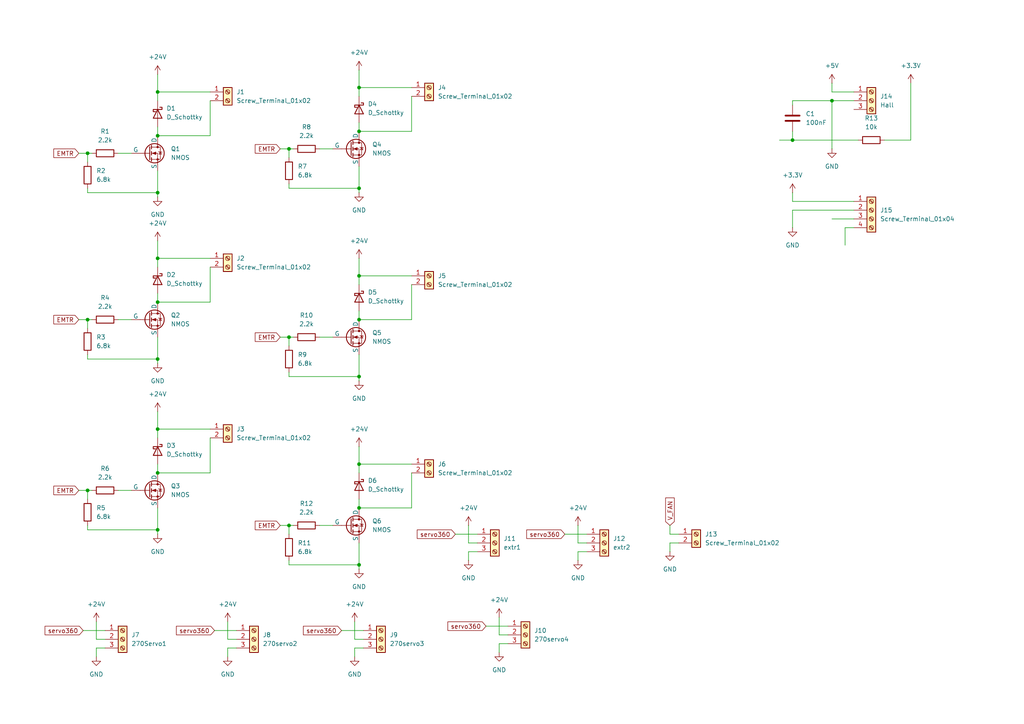
<source format=kicad_sch>
(kicad_sch
	(version 20231120)
	(generator "eeschema")
	(generator_version "8.0")
	(uuid "16b91476-1dcd-43e3-8703-9e3f81441c51")
	(paper "A4")
	(lib_symbols
		(symbol "Connector:Screw_Terminal_01x02"
			(pin_names
				(offset 1.016) hide)
			(exclude_from_sim no)
			(in_bom yes)
			(on_board yes)
			(property "Reference" "J"
				(at 0 2.54 0)
				(effects
					(font
						(size 1.27 1.27)
					)
				)
			)
			(property "Value" "Screw_Terminal_01x02"
				(at 0 -5.08 0)
				(effects
					(font
						(size 1.27 1.27)
					)
				)
			)
			(property "Footprint" ""
				(at 0 0 0)
				(effects
					(font
						(size 1.27 1.27)
					)
					(hide yes)
				)
			)
			(property "Datasheet" "~"
				(at 0 0 0)
				(effects
					(font
						(size 1.27 1.27)
					)
					(hide yes)
				)
			)
			(property "Description" "Generic screw terminal, single row, 01x02, script generated (kicad-library-utils/schlib/autogen/connector/)"
				(at 0 0 0)
				(effects
					(font
						(size 1.27 1.27)
					)
					(hide yes)
				)
			)
			(property "ki_keywords" "screw terminal"
				(at 0 0 0)
				(effects
					(font
						(size 1.27 1.27)
					)
					(hide yes)
				)
			)
			(property "ki_fp_filters" "TerminalBlock*:*"
				(at 0 0 0)
				(effects
					(font
						(size 1.27 1.27)
					)
					(hide yes)
				)
			)
			(symbol "Screw_Terminal_01x02_1_1"
				(rectangle
					(start -1.27 1.27)
					(end 1.27 -3.81)
					(stroke
						(width 0.254)
						(type default)
					)
					(fill
						(type background)
					)
				)
				(circle
					(center 0 -2.54)
					(radius 0.635)
					(stroke
						(width 0.1524)
						(type default)
					)
					(fill
						(type none)
					)
				)
				(polyline
					(pts
						(xy -0.5334 -2.2098) (xy 0.3302 -3.048)
					)
					(stroke
						(width 0.1524)
						(type default)
					)
					(fill
						(type none)
					)
				)
				(polyline
					(pts
						(xy -0.5334 0.3302) (xy 0.3302 -0.508)
					)
					(stroke
						(width 0.1524)
						(type default)
					)
					(fill
						(type none)
					)
				)
				(polyline
					(pts
						(xy -0.3556 -2.032) (xy 0.508 -2.8702)
					)
					(stroke
						(width 0.1524)
						(type default)
					)
					(fill
						(type none)
					)
				)
				(polyline
					(pts
						(xy -0.3556 0.508) (xy 0.508 -0.3302)
					)
					(stroke
						(width 0.1524)
						(type default)
					)
					(fill
						(type none)
					)
				)
				(circle
					(center 0 0)
					(radius 0.635)
					(stroke
						(width 0.1524)
						(type default)
					)
					(fill
						(type none)
					)
				)
				(pin passive line
					(at -5.08 0 0)
					(length 3.81)
					(name "Pin_1"
						(effects
							(font
								(size 1.27 1.27)
							)
						)
					)
					(number "1"
						(effects
							(font
								(size 1.27 1.27)
							)
						)
					)
				)
				(pin passive line
					(at -5.08 -2.54 0)
					(length 3.81)
					(name "Pin_2"
						(effects
							(font
								(size 1.27 1.27)
							)
						)
					)
					(number "2"
						(effects
							(font
								(size 1.27 1.27)
							)
						)
					)
				)
			)
		)
		(symbol "Connector:Screw_Terminal_01x03"
			(pin_names
				(offset 1.016) hide)
			(exclude_from_sim no)
			(in_bom yes)
			(on_board yes)
			(property "Reference" "J"
				(at 0 5.08 0)
				(effects
					(font
						(size 1.27 1.27)
					)
				)
			)
			(property "Value" "Screw_Terminal_01x03"
				(at 0 -5.08 0)
				(effects
					(font
						(size 1.27 1.27)
					)
				)
			)
			(property "Footprint" ""
				(at 0 0 0)
				(effects
					(font
						(size 1.27 1.27)
					)
					(hide yes)
				)
			)
			(property "Datasheet" "~"
				(at 0 0 0)
				(effects
					(font
						(size 1.27 1.27)
					)
					(hide yes)
				)
			)
			(property "Description" "Generic screw terminal, single row, 01x03, script generated (kicad-library-utils/schlib/autogen/connector/)"
				(at 0 0 0)
				(effects
					(font
						(size 1.27 1.27)
					)
					(hide yes)
				)
			)
			(property "ki_keywords" "screw terminal"
				(at 0 0 0)
				(effects
					(font
						(size 1.27 1.27)
					)
					(hide yes)
				)
			)
			(property "ki_fp_filters" "TerminalBlock*:*"
				(at 0 0 0)
				(effects
					(font
						(size 1.27 1.27)
					)
					(hide yes)
				)
			)
			(symbol "Screw_Terminal_01x03_1_1"
				(rectangle
					(start -1.27 3.81)
					(end 1.27 -3.81)
					(stroke
						(width 0.254)
						(type default)
					)
					(fill
						(type background)
					)
				)
				(circle
					(center 0 -2.54)
					(radius 0.635)
					(stroke
						(width 0.1524)
						(type default)
					)
					(fill
						(type none)
					)
				)
				(polyline
					(pts
						(xy -0.5334 -2.2098) (xy 0.3302 -3.048)
					)
					(stroke
						(width 0.1524)
						(type default)
					)
					(fill
						(type none)
					)
				)
				(polyline
					(pts
						(xy -0.5334 0.3302) (xy 0.3302 -0.508)
					)
					(stroke
						(width 0.1524)
						(type default)
					)
					(fill
						(type none)
					)
				)
				(polyline
					(pts
						(xy -0.5334 2.8702) (xy 0.3302 2.032)
					)
					(stroke
						(width 0.1524)
						(type default)
					)
					(fill
						(type none)
					)
				)
				(polyline
					(pts
						(xy -0.3556 -2.032) (xy 0.508 -2.8702)
					)
					(stroke
						(width 0.1524)
						(type default)
					)
					(fill
						(type none)
					)
				)
				(polyline
					(pts
						(xy -0.3556 0.508) (xy 0.508 -0.3302)
					)
					(stroke
						(width 0.1524)
						(type default)
					)
					(fill
						(type none)
					)
				)
				(polyline
					(pts
						(xy -0.3556 3.048) (xy 0.508 2.2098)
					)
					(stroke
						(width 0.1524)
						(type default)
					)
					(fill
						(type none)
					)
				)
				(circle
					(center 0 0)
					(radius 0.635)
					(stroke
						(width 0.1524)
						(type default)
					)
					(fill
						(type none)
					)
				)
				(circle
					(center 0 2.54)
					(radius 0.635)
					(stroke
						(width 0.1524)
						(type default)
					)
					(fill
						(type none)
					)
				)
				(pin passive line
					(at -5.08 2.54 0)
					(length 3.81)
					(name "Pin_1"
						(effects
							(font
								(size 1.27 1.27)
							)
						)
					)
					(number "1"
						(effects
							(font
								(size 1.27 1.27)
							)
						)
					)
				)
				(pin passive line
					(at -5.08 0 0)
					(length 3.81)
					(name "Pin_2"
						(effects
							(font
								(size 1.27 1.27)
							)
						)
					)
					(number "2"
						(effects
							(font
								(size 1.27 1.27)
							)
						)
					)
				)
				(pin passive line
					(at -5.08 -2.54 0)
					(length 3.81)
					(name "Pin_3"
						(effects
							(font
								(size 1.27 1.27)
							)
						)
					)
					(number "3"
						(effects
							(font
								(size 1.27 1.27)
							)
						)
					)
				)
			)
		)
		(symbol "Connector:Screw_Terminal_01x04"
			(pin_names
				(offset 1.016) hide)
			(exclude_from_sim no)
			(in_bom yes)
			(on_board yes)
			(property "Reference" "J"
				(at 0 5.08 0)
				(effects
					(font
						(size 1.27 1.27)
					)
				)
			)
			(property "Value" "Screw_Terminal_01x04"
				(at 0 -7.62 0)
				(effects
					(font
						(size 1.27 1.27)
					)
				)
			)
			(property "Footprint" ""
				(at 0 0 0)
				(effects
					(font
						(size 1.27 1.27)
					)
					(hide yes)
				)
			)
			(property "Datasheet" "~"
				(at 0 0 0)
				(effects
					(font
						(size 1.27 1.27)
					)
					(hide yes)
				)
			)
			(property "Description" "Generic screw terminal, single row, 01x04, script generated (kicad-library-utils/schlib/autogen/connector/)"
				(at 0 0 0)
				(effects
					(font
						(size 1.27 1.27)
					)
					(hide yes)
				)
			)
			(property "ki_keywords" "screw terminal"
				(at 0 0 0)
				(effects
					(font
						(size 1.27 1.27)
					)
					(hide yes)
				)
			)
			(property "ki_fp_filters" "TerminalBlock*:*"
				(at 0 0 0)
				(effects
					(font
						(size 1.27 1.27)
					)
					(hide yes)
				)
			)
			(symbol "Screw_Terminal_01x04_1_1"
				(rectangle
					(start -1.27 3.81)
					(end 1.27 -6.35)
					(stroke
						(width 0.254)
						(type default)
					)
					(fill
						(type background)
					)
				)
				(circle
					(center 0 -5.08)
					(radius 0.635)
					(stroke
						(width 0.1524)
						(type default)
					)
					(fill
						(type none)
					)
				)
				(circle
					(center 0 -2.54)
					(radius 0.635)
					(stroke
						(width 0.1524)
						(type default)
					)
					(fill
						(type none)
					)
				)
				(polyline
					(pts
						(xy -0.5334 -4.7498) (xy 0.3302 -5.588)
					)
					(stroke
						(width 0.1524)
						(type default)
					)
					(fill
						(type none)
					)
				)
				(polyline
					(pts
						(xy -0.5334 -2.2098) (xy 0.3302 -3.048)
					)
					(stroke
						(width 0.1524)
						(type default)
					)
					(fill
						(type none)
					)
				)
				(polyline
					(pts
						(xy -0.5334 0.3302) (xy 0.3302 -0.508)
					)
					(stroke
						(width 0.1524)
						(type default)
					)
					(fill
						(type none)
					)
				)
				(polyline
					(pts
						(xy -0.5334 2.8702) (xy 0.3302 2.032)
					)
					(stroke
						(width 0.1524)
						(type default)
					)
					(fill
						(type none)
					)
				)
				(polyline
					(pts
						(xy -0.3556 -4.572) (xy 0.508 -5.4102)
					)
					(stroke
						(width 0.1524)
						(type default)
					)
					(fill
						(type none)
					)
				)
				(polyline
					(pts
						(xy -0.3556 -2.032) (xy 0.508 -2.8702)
					)
					(stroke
						(width 0.1524)
						(type default)
					)
					(fill
						(type none)
					)
				)
				(polyline
					(pts
						(xy -0.3556 0.508) (xy 0.508 -0.3302)
					)
					(stroke
						(width 0.1524)
						(type default)
					)
					(fill
						(type none)
					)
				)
				(polyline
					(pts
						(xy -0.3556 3.048) (xy 0.508 2.2098)
					)
					(stroke
						(width 0.1524)
						(type default)
					)
					(fill
						(type none)
					)
				)
				(circle
					(center 0 0)
					(radius 0.635)
					(stroke
						(width 0.1524)
						(type default)
					)
					(fill
						(type none)
					)
				)
				(circle
					(center 0 2.54)
					(radius 0.635)
					(stroke
						(width 0.1524)
						(type default)
					)
					(fill
						(type none)
					)
				)
				(pin passive line
					(at -5.08 2.54 0)
					(length 3.81)
					(name "Pin_1"
						(effects
							(font
								(size 1.27 1.27)
							)
						)
					)
					(number "1"
						(effects
							(font
								(size 1.27 1.27)
							)
						)
					)
				)
				(pin passive line
					(at -5.08 0 0)
					(length 3.81)
					(name "Pin_2"
						(effects
							(font
								(size 1.27 1.27)
							)
						)
					)
					(number "2"
						(effects
							(font
								(size 1.27 1.27)
							)
						)
					)
				)
				(pin passive line
					(at -5.08 -2.54 0)
					(length 3.81)
					(name "Pin_3"
						(effects
							(font
								(size 1.27 1.27)
							)
						)
					)
					(number "3"
						(effects
							(font
								(size 1.27 1.27)
							)
						)
					)
				)
				(pin passive line
					(at -5.08 -5.08 0)
					(length 3.81)
					(name "Pin_4"
						(effects
							(font
								(size 1.27 1.27)
							)
						)
					)
					(number "4"
						(effects
							(font
								(size 1.27 1.27)
							)
						)
					)
				)
			)
		)
		(symbol "Device:C"
			(pin_numbers hide)
			(pin_names
				(offset 0.254)
			)
			(exclude_from_sim no)
			(in_bom yes)
			(on_board yes)
			(property "Reference" "C"
				(at 0.635 2.54 0)
				(effects
					(font
						(size 1.27 1.27)
					)
					(justify left)
				)
			)
			(property "Value" "C"
				(at 0.635 -2.54 0)
				(effects
					(font
						(size 1.27 1.27)
					)
					(justify left)
				)
			)
			(property "Footprint" ""
				(at 0.9652 -3.81 0)
				(effects
					(font
						(size 1.27 1.27)
					)
					(hide yes)
				)
			)
			(property "Datasheet" "~"
				(at 0 0 0)
				(effects
					(font
						(size 1.27 1.27)
					)
					(hide yes)
				)
			)
			(property "Description" "Unpolarized capacitor"
				(at 0 0 0)
				(effects
					(font
						(size 1.27 1.27)
					)
					(hide yes)
				)
			)
			(property "ki_keywords" "cap capacitor"
				(at 0 0 0)
				(effects
					(font
						(size 1.27 1.27)
					)
					(hide yes)
				)
			)
			(property "ki_fp_filters" "C_*"
				(at 0 0 0)
				(effects
					(font
						(size 1.27 1.27)
					)
					(hide yes)
				)
			)
			(symbol "C_0_1"
				(polyline
					(pts
						(xy -2.032 -0.762) (xy 2.032 -0.762)
					)
					(stroke
						(width 0.508)
						(type default)
					)
					(fill
						(type none)
					)
				)
				(polyline
					(pts
						(xy -2.032 0.762) (xy 2.032 0.762)
					)
					(stroke
						(width 0.508)
						(type default)
					)
					(fill
						(type none)
					)
				)
			)
			(symbol "C_1_1"
				(pin passive line
					(at 0 3.81 270)
					(length 2.794)
					(name "~"
						(effects
							(font
								(size 1.27 1.27)
							)
						)
					)
					(number "1"
						(effects
							(font
								(size 1.27 1.27)
							)
						)
					)
				)
				(pin passive line
					(at 0 -3.81 90)
					(length 2.794)
					(name "~"
						(effects
							(font
								(size 1.27 1.27)
							)
						)
					)
					(number "2"
						(effects
							(font
								(size 1.27 1.27)
							)
						)
					)
				)
			)
		)
		(symbol "Device:D_Schottky"
			(pin_numbers hide)
			(pin_names
				(offset 1.016) hide)
			(exclude_from_sim no)
			(in_bom yes)
			(on_board yes)
			(property "Reference" "D"
				(at 0 2.54 0)
				(effects
					(font
						(size 1.27 1.27)
					)
				)
			)
			(property "Value" "D_Schottky"
				(at 0 -2.54 0)
				(effects
					(font
						(size 1.27 1.27)
					)
				)
			)
			(property "Footprint" ""
				(at 0 0 0)
				(effects
					(font
						(size 1.27 1.27)
					)
					(hide yes)
				)
			)
			(property "Datasheet" "~"
				(at 0 0 0)
				(effects
					(font
						(size 1.27 1.27)
					)
					(hide yes)
				)
			)
			(property "Description" "Schottky diode"
				(at 0 0 0)
				(effects
					(font
						(size 1.27 1.27)
					)
					(hide yes)
				)
			)
			(property "ki_keywords" "diode Schottky"
				(at 0 0 0)
				(effects
					(font
						(size 1.27 1.27)
					)
					(hide yes)
				)
			)
			(property "ki_fp_filters" "TO-???* *_Diode_* *SingleDiode* D_*"
				(at 0 0 0)
				(effects
					(font
						(size 1.27 1.27)
					)
					(hide yes)
				)
			)
			(symbol "D_Schottky_0_1"
				(polyline
					(pts
						(xy 1.27 0) (xy -1.27 0)
					)
					(stroke
						(width 0)
						(type default)
					)
					(fill
						(type none)
					)
				)
				(polyline
					(pts
						(xy 1.27 1.27) (xy 1.27 -1.27) (xy -1.27 0) (xy 1.27 1.27)
					)
					(stroke
						(width 0.254)
						(type default)
					)
					(fill
						(type none)
					)
				)
				(polyline
					(pts
						(xy -1.905 0.635) (xy -1.905 1.27) (xy -1.27 1.27) (xy -1.27 -1.27) (xy -0.635 -1.27) (xy -0.635 -0.635)
					)
					(stroke
						(width 0.254)
						(type default)
					)
					(fill
						(type none)
					)
				)
			)
			(symbol "D_Schottky_1_1"
				(pin passive line
					(at -3.81 0 0)
					(length 2.54)
					(name "K"
						(effects
							(font
								(size 1.27 1.27)
							)
						)
					)
					(number "1"
						(effects
							(font
								(size 1.27 1.27)
							)
						)
					)
				)
				(pin passive line
					(at 3.81 0 180)
					(length 2.54)
					(name "A"
						(effects
							(font
								(size 1.27 1.27)
							)
						)
					)
					(number "2"
						(effects
							(font
								(size 1.27 1.27)
							)
						)
					)
				)
			)
		)
		(symbol "Device:R"
			(pin_numbers hide)
			(pin_names
				(offset 0)
			)
			(exclude_from_sim no)
			(in_bom yes)
			(on_board yes)
			(property "Reference" "R"
				(at 2.032 0 90)
				(effects
					(font
						(size 1.27 1.27)
					)
				)
			)
			(property "Value" "R"
				(at 0 0 90)
				(effects
					(font
						(size 1.27 1.27)
					)
				)
			)
			(property "Footprint" ""
				(at -1.778 0 90)
				(effects
					(font
						(size 1.27 1.27)
					)
					(hide yes)
				)
			)
			(property "Datasheet" "~"
				(at 0 0 0)
				(effects
					(font
						(size 1.27 1.27)
					)
					(hide yes)
				)
			)
			(property "Description" "Resistor"
				(at 0 0 0)
				(effects
					(font
						(size 1.27 1.27)
					)
					(hide yes)
				)
			)
			(property "ki_keywords" "R res resistor"
				(at 0 0 0)
				(effects
					(font
						(size 1.27 1.27)
					)
					(hide yes)
				)
			)
			(property "ki_fp_filters" "R_*"
				(at 0 0 0)
				(effects
					(font
						(size 1.27 1.27)
					)
					(hide yes)
				)
			)
			(symbol "R_0_1"
				(rectangle
					(start -1.016 -2.54)
					(end 1.016 2.54)
					(stroke
						(width 0.254)
						(type default)
					)
					(fill
						(type none)
					)
				)
			)
			(symbol "R_1_1"
				(pin passive line
					(at 0 3.81 270)
					(length 1.27)
					(name "~"
						(effects
							(font
								(size 1.27 1.27)
							)
						)
					)
					(number "1"
						(effects
							(font
								(size 1.27 1.27)
							)
						)
					)
				)
				(pin passive line
					(at 0 -3.81 90)
					(length 1.27)
					(name "~"
						(effects
							(font
								(size 1.27 1.27)
							)
						)
					)
					(number "2"
						(effects
							(font
								(size 1.27 1.27)
							)
						)
					)
				)
			)
		)
		(symbol "Simulation_SPICE:NMOS"
			(pin_numbers hide)
			(pin_names
				(offset 0)
			)
			(exclude_from_sim no)
			(in_bom yes)
			(on_board yes)
			(property "Reference" "Q"
				(at 5.08 1.27 0)
				(effects
					(font
						(size 1.27 1.27)
					)
					(justify left)
				)
			)
			(property "Value" "NMOS"
				(at 5.08 -1.27 0)
				(effects
					(font
						(size 1.27 1.27)
					)
					(justify left)
				)
			)
			(property "Footprint" ""
				(at 5.08 2.54 0)
				(effects
					(font
						(size 1.27 1.27)
					)
					(hide yes)
				)
			)
			(property "Datasheet" "https://ngspice.sourceforge.io/docs/ngspice-html-manual/manual.xhtml#cha_MOSFETs"
				(at 0 -12.7 0)
				(effects
					(font
						(size 1.27 1.27)
					)
					(hide yes)
				)
			)
			(property "Description" "N-MOSFET transistor, drain/source/gate"
				(at 0 0 0)
				(effects
					(font
						(size 1.27 1.27)
					)
					(hide yes)
				)
			)
			(property "Sim.Device" "NMOS"
				(at 0 -17.145 0)
				(effects
					(font
						(size 1.27 1.27)
					)
					(hide yes)
				)
			)
			(property "Sim.Type" "VDMOS"
				(at 0 -19.05 0)
				(effects
					(font
						(size 1.27 1.27)
					)
					(hide yes)
				)
			)
			(property "Sim.Pins" "1=D 2=G 3=S"
				(at 0 -15.24 0)
				(effects
					(font
						(size 1.27 1.27)
					)
					(hide yes)
				)
			)
			(property "ki_keywords" "transistor NMOS N-MOS N-MOSFET simulation"
				(at 0 0 0)
				(effects
					(font
						(size 1.27 1.27)
					)
					(hide yes)
				)
			)
			(symbol "NMOS_0_1"
				(polyline
					(pts
						(xy 0.254 0) (xy -2.54 0)
					)
					(stroke
						(width 0)
						(type default)
					)
					(fill
						(type none)
					)
				)
				(polyline
					(pts
						(xy 0.254 1.905) (xy 0.254 -1.905)
					)
					(stroke
						(width 0.254)
						(type default)
					)
					(fill
						(type none)
					)
				)
				(polyline
					(pts
						(xy 0.762 -1.27) (xy 0.762 -2.286)
					)
					(stroke
						(width 0.254)
						(type default)
					)
					(fill
						(type none)
					)
				)
				(polyline
					(pts
						(xy 0.762 0.508) (xy 0.762 -0.508)
					)
					(stroke
						(width 0.254)
						(type default)
					)
					(fill
						(type none)
					)
				)
				(polyline
					(pts
						(xy 0.762 2.286) (xy 0.762 1.27)
					)
					(stroke
						(width 0.254)
						(type default)
					)
					(fill
						(type none)
					)
				)
				(polyline
					(pts
						(xy 2.54 2.54) (xy 2.54 1.778)
					)
					(stroke
						(width 0)
						(type default)
					)
					(fill
						(type none)
					)
				)
				(polyline
					(pts
						(xy 2.54 -2.54) (xy 2.54 0) (xy 0.762 0)
					)
					(stroke
						(width 0)
						(type default)
					)
					(fill
						(type none)
					)
				)
				(polyline
					(pts
						(xy 0.762 -1.778) (xy 3.302 -1.778) (xy 3.302 1.778) (xy 0.762 1.778)
					)
					(stroke
						(width 0)
						(type default)
					)
					(fill
						(type none)
					)
				)
				(polyline
					(pts
						(xy 1.016 0) (xy 2.032 0.381) (xy 2.032 -0.381) (xy 1.016 0)
					)
					(stroke
						(width 0)
						(type default)
					)
					(fill
						(type outline)
					)
				)
				(polyline
					(pts
						(xy 2.794 0.508) (xy 2.921 0.381) (xy 3.683 0.381) (xy 3.81 0.254)
					)
					(stroke
						(width 0)
						(type default)
					)
					(fill
						(type none)
					)
				)
				(polyline
					(pts
						(xy 3.302 0.381) (xy 2.921 -0.254) (xy 3.683 -0.254) (xy 3.302 0.381)
					)
					(stroke
						(width 0)
						(type default)
					)
					(fill
						(type none)
					)
				)
				(circle
					(center 1.651 0)
					(radius 2.794)
					(stroke
						(width 0.254)
						(type default)
					)
					(fill
						(type none)
					)
				)
				(circle
					(center 2.54 -1.778)
					(radius 0.254)
					(stroke
						(width 0)
						(type default)
					)
					(fill
						(type outline)
					)
				)
				(circle
					(center 2.54 1.778)
					(radius 0.254)
					(stroke
						(width 0)
						(type default)
					)
					(fill
						(type outline)
					)
				)
			)
			(symbol "NMOS_1_1"
				(pin passive line
					(at 2.54 5.08 270)
					(length 2.54)
					(name "D"
						(effects
							(font
								(size 1.27 1.27)
							)
						)
					)
					(number "1"
						(effects
							(font
								(size 1.27 1.27)
							)
						)
					)
				)
				(pin input line
					(at -5.08 0 0)
					(length 2.54)
					(name "G"
						(effects
							(font
								(size 1.27 1.27)
							)
						)
					)
					(number "2"
						(effects
							(font
								(size 1.27 1.27)
							)
						)
					)
				)
				(pin passive line
					(at 2.54 -5.08 90)
					(length 2.54)
					(name "S"
						(effects
							(font
								(size 1.27 1.27)
							)
						)
					)
					(number "3"
						(effects
							(font
								(size 1.27 1.27)
							)
						)
					)
				)
			)
		)
		(symbol "power:+24V"
			(power)
			(pin_numbers hide)
			(pin_names
				(offset 0) hide)
			(exclude_from_sim no)
			(in_bom yes)
			(on_board yes)
			(property "Reference" "#PWR"
				(at 0 -3.81 0)
				(effects
					(font
						(size 1.27 1.27)
					)
					(hide yes)
				)
			)
			(property "Value" "+24V"
				(at 0 3.556 0)
				(effects
					(font
						(size 1.27 1.27)
					)
				)
			)
			(property "Footprint" ""
				(at 0 0 0)
				(effects
					(font
						(size 1.27 1.27)
					)
					(hide yes)
				)
			)
			(property "Datasheet" ""
				(at 0 0 0)
				(effects
					(font
						(size 1.27 1.27)
					)
					(hide yes)
				)
			)
			(property "Description" "Power symbol creates a global label with name \"+24V\""
				(at 0 0 0)
				(effects
					(font
						(size 1.27 1.27)
					)
					(hide yes)
				)
			)
			(property "ki_keywords" "global power"
				(at 0 0 0)
				(effects
					(font
						(size 1.27 1.27)
					)
					(hide yes)
				)
			)
			(symbol "+24V_0_1"
				(polyline
					(pts
						(xy -0.762 1.27) (xy 0 2.54)
					)
					(stroke
						(width 0)
						(type default)
					)
					(fill
						(type none)
					)
				)
				(polyline
					(pts
						(xy 0 0) (xy 0 2.54)
					)
					(stroke
						(width 0)
						(type default)
					)
					(fill
						(type none)
					)
				)
				(polyline
					(pts
						(xy 0 2.54) (xy 0.762 1.27)
					)
					(stroke
						(width 0)
						(type default)
					)
					(fill
						(type none)
					)
				)
			)
			(symbol "+24V_1_1"
				(pin power_in line
					(at 0 0 90)
					(length 0)
					(name "~"
						(effects
							(font
								(size 1.27 1.27)
							)
						)
					)
					(number "1"
						(effects
							(font
								(size 1.27 1.27)
							)
						)
					)
				)
			)
		)
		(symbol "power:+3.3V"
			(power)
			(pin_numbers hide)
			(pin_names
				(offset 0) hide)
			(exclude_from_sim no)
			(in_bom yes)
			(on_board yes)
			(property "Reference" "#PWR"
				(at 0 -3.81 0)
				(effects
					(font
						(size 1.27 1.27)
					)
					(hide yes)
				)
			)
			(property "Value" "+3.3V"
				(at 0 3.556 0)
				(effects
					(font
						(size 1.27 1.27)
					)
				)
			)
			(property "Footprint" ""
				(at 0 0 0)
				(effects
					(font
						(size 1.27 1.27)
					)
					(hide yes)
				)
			)
			(property "Datasheet" ""
				(at 0 0 0)
				(effects
					(font
						(size 1.27 1.27)
					)
					(hide yes)
				)
			)
			(property "Description" "Power symbol creates a global label with name \"+3.3V\""
				(at 0 0 0)
				(effects
					(font
						(size 1.27 1.27)
					)
					(hide yes)
				)
			)
			(property "ki_keywords" "global power"
				(at 0 0 0)
				(effects
					(font
						(size 1.27 1.27)
					)
					(hide yes)
				)
			)
			(symbol "+3.3V_0_1"
				(polyline
					(pts
						(xy -0.762 1.27) (xy 0 2.54)
					)
					(stroke
						(width 0)
						(type default)
					)
					(fill
						(type none)
					)
				)
				(polyline
					(pts
						(xy 0 0) (xy 0 2.54)
					)
					(stroke
						(width 0)
						(type default)
					)
					(fill
						(type none)
					)
				)
				(polyline
					(pts
						(xy 0 2.54) (xy 0.762 1.27)
					)
					(stroke
						(width 0)
						(type default)
					)
					(fill
						(type none)
					)
				)
			)
			(symbol "+3.3V_1_1"
				(pin power_in line
					(at 0 0 90)
					(length 0)
					(name "~"
						(effects
							(font
								(size 1.27 1.27)
							)
						)
					)
					(number "1"
						(effects
							(font
								(size 1.27 1.27)
							)
						)
					)
				)
			)
		)
		(symbol "power:+5C"
			(power)
			(pin_numbers hide)
			(pin_names
				(offset 0) hide)
			(exclude_from_sim no)
			(in_bom yes)
			(on_board yes)
			(property "Reference" "#PWR"
				(at 0 -3.81 0)
				(effects
					(font
						(size 1.27 1.27)
					)
					(hide yes)
				)
			)
			(property "Value" "+5C"
				(at 0 3.556 0)
				(effects
					(font
						(size 1.27 1.27)
					)
				)
			)
			(property "Footprint" ""
				(at 0 0 0)
				(effects
					(font
						(size 1.27 1.27)
					)
					(hide yes)
				)
			)
			(property "Datasheet" ""
				(at 0 0 0)
				(effects
					(font
						(size 1.27 1.27)
					)
					(hide yes)
				)
			)
			(property "Description" "Power symbol creates a global label with name \"+5C\""
				(at 0 0 0)
				(effects
					(font
						(size 1.27 1.27)
					)
					(hide yes)
				)
			)
			(property "ki_keywords" "global power"
				(at 0 0 0)
				(effects
					(font
						(size 1.27 1.27)
					)
					(hide yes)
				)
			)
			(symbol "+5C_0_1"
				(polyline
					(pts
						(xy -0.762 1.27) (xy 0 2.54)
					)
					(stroke
						(width 0)
						(type default)
					)
					(fill
						(type none)
					)
				)
				(polyline
					(pts
						(xy 0 0) (xy 0 2.54)
					)
					(stroke
						(width 0)
						(type default)
					)
					(fill
						(type none)
					)
				)
				(polyline
					(pts
						(xy 0 2.54) (xy 0.762 1.27)
					)
					(stroke
						(width 0)
						(type default)
					)
					(fill
						(type none)
					)
				)
			)
			(symbol "+5C_1_1"
				(pin power_in line
					(at 0 0 90)
					(length 0)
					(name "~"
						(effects
							(font
								(size 1.27 1.27)
							)
						)
					)
					(number "1"
						(effects
							(font
								(size 1.27 1.27)
							)
						)
					)
				)
			)
		)
		(symbol "power:GND"
			(power)
			(pin_numbers hide)
			(pin_names
				(offset 0) hide)
			(exclude_from_sim no)
			(in_bom yes)
			(on_board yes)
			(property "Reference" "#PWR"
				(at 0 -6.35 0)
				(effects
					(font
						(size 1.27 1.27)
					)
					(hide yes)
				)
			)
			(property "Value" "GND"
				(at 0 -3.81 0)
				(effects
					(font
						(size 1.27 1.27)
					)
				)
			)
			(property "Footprint" ""
				(at 0 0 0)
				(effects
					(font
						(size 1.27 1.27)
					)
					(hide yes)
				)
			)
			(property "Datasheet" ""
				(at 0 0 0)
				(effects
					(font
						(size 1.27 1.27)
					)
					(hide yes)
				)
			)
			(property "Description" "Power symbol creates a global label with name \"GND\" , ground"
				(at 0 0 0)
				(effects
					(font
						(size 1.27 1.27)
					)
					(hide yes)
				)
			)
			(property "ki_keywords" "global power"
				(at 0 0 0)
				(effects
					(font
						(size 1.27 1.27)
					)
					(hide yes)
				)
			)
			(symbol "GND_0_1"
				(polyline
					(pts
						(xy 0 0) (xy 0 -1.27) (xy 1.27 -1.27) (xy 0 -2.54) (xy -1.27 -1.27) (xy 0 -1.27)
					)
					(stroke
						(width 0)
						(type default)
					)
					(fill
						(type none)
					)
				)
			)
			(symbol "GND_1_1"
				(pin power_in line
					(at 0 0 270)
					(length 0)
					(name "~"
						(effects
							(font
								(size 1.27 1.27)
							)
						)
					)
					(number "1"
						(effects
							(font
								(size 1.27 1.27)
							)
						)
					)
				)
			)
		)
	)
	(junction
		(at 25.4 44.45)
		(diameter 0)
		(color 0 0 0 0)
		(uuid "05dbf0b5-487f-418d-8361-67ef5acc13e6")
	)
	(junction
		(at 104.14 25.4)
		(diameter 0)
		(color 0 0 0 0)
		(uuid "075d8c41-117c-424d-b525-fe2f4259fe60")
	)
	(junction
		(at 104.14 147.32)
		(diameter 0)
		(color 0 0 0 0)
		(uuid "083506e3-3282-49de-86a0-ffe6523fde75")
	)
	(junction
		(at 83.82 43.18)
		(diameter 0)
		(color 0 0 0 0)
		(uuid "0e10925a-cbbe-4187-9682-0d4c8f8a3c8f")
	)
	(junction
		(at 45.72 124.46)
		(diameter 0)
		(color 0 0 0 0)
		(uuid "15aa8fef-c676-4fad-8f0e-63e92861586b")
	)
	(junction
		(at 45.72 153.67)
		(diameter 0)
		(color 0 0 0 0)
		(uuid "1c8da098-21ab-40a9-a3cb-9f454d7370bb")
	)
	(junction
		(at 45.72 55.88)
		(diameter 0)
		(color 0 0 0 0)
		(uuid "209f2abb-aae2-4f6f-9abc-9bafda9cd00e")
	)
	(junction
		(at 241.3 29.21)
		(diameter 0)
		(color 0 0 0 0)
		(uuid "30a5f139-af43-452e-b043-a3bb47f0c91b")
	)
	(junction
		(at 83.82 152.4)
		(diameter 0)
		(color 0 0 0 0)
		(uuid "46676d4a-451a-40b0-b695-6ef6f6616b24")
	)
	(junction
		(at 104.14 54.61)
		(diameter 0)
		(color 0 0 0 0)
		(uuid "493e864b-0d2d-4de4-8182-20d9002af832")
	)
	(junction
		(at 45.72 26.67)
		(diameter 0)
		(color 0 0 0 0)
		(uuid "4b30198a-ffe3-4fd9-a989-1b641d92a5c7")
	)
	(junction
		(at 104.14 134.62)
		(diameter 0)
		(color 0 0 0 0)
		(uuid "4e546fe2-fd43-4613-ba02-5e171e808592")
	)
	(junction
		(at 45.72 39.37)
		(diameter 0)
		(color 0 0 0 0)
		(uuid "5d11bacb-fe62-4e32-a138-7383c719361b")
	)
	(junction
		(at 25.4 142.24)
		(diameter 0)
		(color 0 0 0 0)
		(uuid "7c8421c1-c9e5-4378-9417-85499c7322f2")
	)
	(junction
		(at 104.14 38.1)
		(diameter 0)
		(color 0 0 0 0)
		(uuid "8027fa9a-d2ad-4b5b-a9c2-3ae39f0994da")
	)
	(junction
		(at 25.4 92.71)
		(diameter 0)
		(color 0 0 0 0)
		(uuid "87b5b5ad-cd1c-4e35-9552-dd908555c305")
	)
	(junction
		(at 229.87 40.64)
		(diameter 0)
		(color 0 0 0 0)
		(uuid "8f5ce931-e7ed-4a15-861c-eb13b07c7be4")
	)
	(junction
		(at 45.72 74.93)
		(diameter 0)
		(color 0 0 0 0)
		(uuid "9246e4fb-fc19-487b-93ea-7de401e58d66")
	)
	(junction
		(at 45.72 87.63)
		(diameter 0)
		(color 0 0 0 0)
		(uuid "9c1eaa99-8a1c-4118-bde3-d6e9aa038d9a")
	)
	(junction
		(at 104.14 163.83)
		(diameter 0)
		(color 0 0 0 0)
		(uuid "a4255aee-4f46-45cb-9f37-75c639afb0ad")
	)
	(junction
		(at 104.14 92.71)
		(diameter 0)
		(color 0 0 0 0)
		(uuid "b933de99-90e6-4f2b-8844-08f2b091c054")
	)
	(junction
		(at 45.72 137.16)
		(diameter 0)
		(color 0 0 0 0)
		(uuid "ccf03c0e-aad6-4126-a2dd-1329ee1ce4e6")
	)
	(junction
		(at 104.14 80.01)
		(diameter 0)
		(color 0 0 0 0)
		(uuid "d30576a5-a193-4c4c-a054-47a6cee38fc9")
	)
	(junction
		(at 45.72 104.14)
		(diameter 0)
		(color 0 0 0 0)
		(uuid "d4a9e05d-7041-47ff-ab24-4ac334174dd1")
	)
	(junction
		(at 83.82 97.79)
		(diameter 0)
		(color 0 0 0 0)
		(uuid "eaeb2d5c-91dd-4b0f-99f7-2ffcce056abd")
	)
	(junction
		(at 104.14 109.22)
		(diameter 0)
		(color 0 0 0 0)
		(uuid "ffe358a6-fc33-4c10-bacb-2d5e5916e1aa")
	)
	(wire
		(pts
			(xy 104.14 20.32) (xy 104.14 25.4)
		)
		(stroke
			(width 0)
			(type default)
		)
		(uuid "00574acd-b7ae-4ed5-b994-a31cf08f24ad")
	)
	(wire
		(pts
			(xy 264.16 40.64) (xy 264.16 24.13)
		)
		(stroke
			(width 0)
			(type default)
		)
		(uuid "008fdfa4-7861-44b4-97a3-137e3bd8ba40")
	)
	(wire
		(pts
			(xy 83.82 162.56) (xy 83.82 163.83)
		)
		(stroke
			(width 0)
			(type default)
		)
		(uuid "02aa4a05-782f-4bfb-be76-5e4114f45640")
	)
	(wire
		(pts
			(xy 144.78 184.15) (xy 147.32 184.15)
		)
		(stroke
			(width 0)
			(type default)
		)
		(uuid "07e8ba5a-bd40-487e-9659-c6e679f3099c")
	)
	(wire
		(pts
			(xy 138.43 160.02) (xy 135.89 160.02)
		)
		(stroke
			(width 0)
			(type default)
		)
		(uuid "0c044677-b18c-4a22-a146-e7e1f795a643")
	)
	(wire
		(pts
			(xy 247.65 66.04) (xy 245.11 66.04)
		)
		(stroke
			(width 0)
			(type default)
		)
		(uuid "0c2e15c3-291c-4be6-b46e-f85112c5c327")
	)
	(wire
		(pts
			(xy 83.82 54.61) (xy 104.14 54.61)
		)
		(stroke
			(width 0)
			(type default)
		)
		(uuid "0e1e8622-9f5c-4ed1-b000-578eee912612")
	)
	(wire
		(pts
			(xy 140.97 181.61) (xy 147.32 181.61)
		)
		(stroke
			(width 0)
			(type default)
		)
		(uuid "11804282-a8a9-4e32-8755-075c804bfade")
	)
	(wire
		(pts
			(xy 194.31 154.94) (xy 196.85 154.94)
		)
		(stroke
			(width 0)
			(type default)
		)
		(uuid "17c1bcd8-4226-49e7-8fcb-9bbf38834d0f")
	)
	(wire
		(pts
			(xy 104.14 74.93) (xy 104.14 80.01)
		)
		(stroke
			(width 0)
			(type default)
		)
		(uuid "19365b33-7e3c-468a-931a-0ba0a0821541")
	)
	(wire
		(pts
			(xy 196.85 157.48) (xy 194.31 157.48)
		)
		(stroke
			(width 0)
			(type default)
		)
		(uuid "1aedfff1-9336-4ae6-b54f-814c1a898de3")
	)
	(wire
		(pts
			(xy 66.04 180.34) (xy 66.04 185.42)
		)
		(stroke
			(width 0)
			(type default)
		)
		(uuid "1bfcc93d-d835-4b9f-8597-baceeaf6c7e7")
	)
	(wire
		(pts
			(xy 60.96 87.63) (xy 45.72 87.63)
		)
		(stroke
			(width 0)
			(type default)
		)
		(uuid "1f9d276c-e853-46eb-b29f-e81004c9a9df")
	)
	(wire
		(pts
			(xy 194.31 152.4) (xy 194.31 154.94)
		)
		(stroke
			(width 0)
			(type default)
		)
		(uuid "207e6cc6-8e40-41dc-bdce-7dc9e166b0c9")
	)
	(wire
		(pts
			(xy 104.14 134.62) (xy 104.14 137.16)
		)
		(stroke
			(width 0)
			(type default)
		)
		(uuid "21d5d2a2-758a-4bec-ae03-0fe27f3f85e1")
	)
	(wire
		(pts
			(xy 119.38 25.4) (xy 104.14 25.4)
		)
		(stroke
			(width 0)
			(type default)
		)
		(uuid "22796026-39da-4046-a796-62ef33d02a5a")
	)
	(wire
		(pts
			(xy 241.3 29.21) (xy 229.87 29.21)
		)
		(stroke
			(width 0)
			(type default)
		)
		(uuid "2347b37c-7cc4-4074-b021-d91a745918b5")
	)
	(wire
		(pts
			(xy 45.72 49.53) (xy 45.72 55.88)
		)
		(stroke
			(width 0)
			(type default)
		)
		(uuid "244aa708-fe37-48b2-86eb-5f8affe7face")
	)
	(wire
		(pts
			(xy 83.82 163.83) (xy 104.14 163.83)
		)
		(stroke
			(width 0)
			(type default)
		)
		(uuid "254a5f82-a41b-46b3-8aeb-5f1de9dfe7aa")
	)
	(wire
		(pts
			(xy 60.96 74.93) (xy 45.72 74.93)
		)
		(stroke
			(width 0)
			(type default)
		)
		(uuid "27deca0a-5df8-4e15-af7a-eb0bce6dbdf5")
	)
	(wire
		(pts
			(xy 62.23 182.88) (xy 68.58 182.88)
		)
		(stroke
			(width 0)
			(type default)
		)
		(uuid "289b2304-0e91-4397-845e-fcae1f7a0b01")
	)
	(wire
		(pts
			(xy 245.11 66.04) (xy 245.11 71.12)
		)
		(stroke
			(width 0)
			(type default)
		)
		(uuid "315206a8-1298-4d40-bea3-65aa430922eb")
	)
	(wire
		(pts
			(xy 25.4 102.87) (xy 25.4 104.14)
		)
		(stroke
			(width 0)
			(type default)
		)
		(uuid "318b35fa-a65e-4e3b-85f5-bed4c4aa7405")
	)
	(wire
		(pts
			(xy 132.08 154.94) (xy 138.43 154.94)
		)
		(stroke
			(width 0)
			(type default)
		)
		(uuid "32892c7a-cf92-4017-a55c-7ec20611205f")
	)
	(wire
		(pts
			(xy 163.83 154.94) (xy 170.18 154.94)
		)
		(stroke
			(width 0)
			(type default)
		)
		(uuid "35449b8d-d326-4300-8b8c-b034ee1bc082")
	)
	(wire
		(pts
			(xy 27.94 187.96) (xy 27.94 190.5)
		)
		(stroke
			(width 0)
			(type default)
		)
		(uuid "363a046e-bcb1-4ded-843a-44c99476a85d")
	)
	(wire
		(pts
			(xy 83.82 107.95) (xy 83.82 109.22)
		)
		(stroke
			(width 0)
			(type default)
		)
		(uuid "393acc8b-f2a5-46d7-a872-39834871d3a9")
	)
	(wire
		(pts
			(xy 256.54 40.64) (xy 264.16 40.64)
		)
		(stroke
			(width 0)
			(type default)
		)
		(uuid "3d83ab44-a9b6-4063-8e10-a7a2b4f1634e")
	)
	(wire
		(pts
			(xy 99.06 182.88) (xy 105.41 182.88)
		)
		(stroke
			(width 0)
			(type default)
		)
		(uuid "3f86c405-d9aa-4d1d-9fa1-5fac94b34230")
	)
	(wire
		(pts
			(xy 27.94 180.34) (xy 27.94 185.42)
		)
		(stroke
			(width 0)
			(type default)
		)
		(uuid "438ad9ad-58f7-486b-9fcb-c8c5f0832a96")
	)
	(wire
		(pts
			(xy 104.14 80.01) (xy 104.14 82.55)
		)
		(stroke
			(width 0)
			(type default)
		)
		(uuid "44b7d308-9197-4bef-961a-60bcf8b089e7")
	)
	(wire
		(pts
			(xy 45.72 36.83) (xy 45.72 39.37)
		)
		(stroke
			(width 0)
			(type default)
		)
		(uuid "4631bf38-a865-439e-8739-e19a117436b1")
	)
	(wire
		(pts
			(xy 83.82 154.94) (xy 83.82 152.4)
		)
		(stroke
			(width 0)
			(type default)
		)
		(uuid "4a407cb6-400e-40dc-8fa9-f52c370a1545")
	)
	(wire
		(pts
			(xy 25.4 144.78) (xy 25.4 142.24)
		)
		(stroke
			(width 0)
			(type default)
		)
		(uuid "4d0962b4-5569-4020-8265-1e7e168456e9")
	)
	(wire
		(pts
			(xy 66.04 185.42) (xy 68.58 185.42)
		)
		(stroke
			(width 0)
			(type default)
		)
		(uuid "4db98568-18d5-452c-a7cd-efe29b155cba")
	)
	(wire
		(pts
			(xy 135.89 152.4) (xy 135.89 157.48)
		)
		(stroke
			(width 0)
			(type default)
		)
		(uuid "4e5620d4-1eed-47f7-bd4c-6db4428e7b67")
	)
	(wire
		(pts
			(xy 83.82 45.72) (xy 83.82 43.18)
		)
		(stroke
			(width 0)
			(type default)
		)
		(uuid "4f7edcd6-06fb-476f-80c8-6d7b98dd013d")
	)
	(wire
		(pts
			(xy 104.14 129.54) (xy 104.14 134.62)
		)
		(stroke
			(width 0)
			(type default)
		)
		(uuid "50998a9e-ace1-470b-888f-24848818285d")
	)
	(wire
		(pts
			(xy 241.3 26.67) (xy 247.65 26.67)
		)
		(stroke
			(width 0)
			(type default)
		)
		(uuid "5119d8fd-929d-4d09-a912-0a0f0fa1cba1")
	)
	(wire
		(pts
			(xy 45.72 26.67) (xy 45.72 29.21)
		)
		(stroke
			(width 0)
			(type default)
		)
		(uuid "5338ea04-4283-476a-96b5-5fc2785fd32e")
	)
	(wire
		(pts
			(xy 102.87 185.42) (xy 105.41 185.42)
		)
		(stroke
			(width 0)
			(type default)
		)
		(uuid "53419ddc-a696-49f4-9672-90e0fe42a107")
	)
	(wire
		(pts
			(xy 83.82 100.33) (xy 83.82 97.79)
		)
		(stroke
			(width 0)
			(type default)
		)
		(uuid "53420e3d-b403-4f95-9885-8daabf337071")
	)
	(wire
		(pts
			(xy 92.71 97.79) (xy 96.52 97.79)
		)
		(stroke
			(width 0)
			(type default)
		)
		(uuid "559e76d2-c394-4517-be9f-6d6b44c3a260")
	)
	(wire
		(pts
			(xy 60.96 39.37) (xy 45.72 39.37)
		)
		(stroke
			(width 0)
			(type default)
		)
		(uuid "57292df5-028c-4f6f-acdb-5166b0dd799d")
	)
	(wire
		(pts
			(xy 92.71 43.18) (xy 96.52 43.18)
		)
		(stroke
			(width 0)
			(type default)
		)
		(uuid "58330826-a1ff-47bd-b68c-5f14c1243f54")
	)
	(wire
		(pts
			(xy 167.64 160.02) (xy 167.64 162.56)
		)
		(stroke
			(width 0)
			(type default)
		)
		(uuid "5b78bf1c-07f0-4b4d-9a8e-a93a9f33eb44")
	)
	(wire
		(pts
			(xy 45.72 97.79) (xy 45.72 104.14)
		)
		(stroke
			(width 0)
			(type default)
		)
		(uuid "5bffb04b-8575-466a-bdb8-c5d3b5bfbdcd")
	)
	(wire
		(pts
			(xy 104.14 109.22) (xy 104.14 110.49)
		)
		(stroke
			(width 0)
			(type default)
		)
		(uuid "5dd51d5e-2c25-4b9b-a37d-20be1617cec6")
	)
	(wire
		(pts
			(xy 81.28 43.18) (xy 83.82 43.18)
		)
		(stroke
			(width 0)
			(type default)
		)
		(uuid "5de73aac-b118-4f93-a75a-c0c6853ae697")
	)
	(wire
		(pts
			(xy 119.38 134.62) (xy 104.14 134.62)
		)
		(stroke
			(width 0)
			(type default)
		)
		(uuid "61d7df1a-eed6-481c-83dd-88f8e0fd3acb")
	)
	(wire
		(pts
			(xy 45.72 153.67) (xy 45.72 154.94)
		)
		(stroke
			(width 0)
			(type default)
		)
		(uuid "6412a9d9-cbe1-45d7-a465-f68cb2d85dbe")
	)
	(wire
		(pts
			(xy 60.96 26.67) (xy 45.72 26.67)
		)
		(stroke
			(width 0)
			(type default)
		)
		(uuid "66e41279-73c9-41c5-a00e-4bad0028255d")
	)
	(wire
		(pts
			(xy 104.14 144.78) (xy 104.14 147.32)
		)
		(stroke
			(width 0)
			(type default)
		)
		(uuid "67d4a4d8-01b3-485a-9dcb-487db27e8b5f")
	)
	(wire
		(pts
			(xy 104.14 35.56) (xy 104.14 38.1)
		)
		(stroke
			(width 0)
			(type default)
		)
		(uuid "698db92b-3ccc-46b9-b617-a9f9ee8f9eac")
	)
	(wire
		(pts
			(xy 45.72 119.38) (xy 45.72 124.46)
		)
		(stroke
			(width 0)
			(type default)
		)
		(uuid "6d83d02b-7553-422c-8844-484edcf81479")
	)
	(wire
		(pts
			(xy 60.96 137.16) (xy 45.72 137.16)
		)
		(stroke
			(width 0)
			(type default)
		)
		(uuid "6ffddadc-e414-427d-ade4-d09fd397c3c9")
	)
	(wire
		(pts
			(xy 25.4 95.25) (xy 25.4 92.71)
		)
		(stroke
			(width 0)
			(type default)
		)
		(uuid "719e6023-d9a8-4964-b1a8-57c90c3478f2")
	)
	(wire
		(pts
			(xy 45.72 104.14) (xy 45.72 105.41)
		)
		(stroke
			(width 0)
			(type default)
		)
		(uuid "7475786e-9cc1-47d5-b3c4-6a11fe95ecf1")
	)
	(wire
		(pts
			(xy 241.3 24.13) (xy 241.3 26.67)
		)
		(stroke
			(width 0)
			(type default)
		)
		(uuid "74fe3de0-1296-4a2b-b4b0-523ef863d7e2")
	)
	(wire
		(pts
			(xy 144.78 179.07) (xy 144.78 184.15)
		)
		(stroke
			(width 0)
			(type default)
		)
		(uuid "773a6ccb-600f-4b77-8fd7-bb0e3f84c027")
	)
	(wire
		(pts
			(xy 27.94 185.42) (xy 30.48 185.42)
		)
		(stroke
			(width 0)
			(type default)
		)
		(uuid "77d31184-daa9-4eef-8854-b4d942dc3af6")
	)
	(wire
		(pts
			(xy 45.72 85.09) (xy 45.72 87.63)
		)
		(stroke
			(width 0)
			(type default)
		)
		(uuid "78e05a84-5107-49fa-8894-ca098f9170e4")
	)
	(wire
		(pts
			(xy 25.4 44.45) (xy 26.67 44.45)
		)
		(stroke
			(width 0)
			(type default)
		)
		(uuid "798ea372-ac25-4a73-80ec-640bfdcf1d1c")
	)
	(wire
		(pts
			(xy 45.72 74.93) (xy 45.72 77.47)
		)
		(stroke
			(width 0)
			(type default)
		)
		(uuid "7cfa5db8-b285-4ae2-b6b9-0e305efc44a6")
	)
	(wire
		(pts
			(xy 25.4 46.99) (xy 25.4 44.45)
		)
		(stroke
			(width 0)
			(type default)
		)
		(uuid "80870147-2ca9-48c8-86a6-002f1cfcd1ac")
	)
	(wire
		(pts
			(xy 25.4 54.61) (xy 25.4 55.88)
		)
		(stroke
			(width 0)
			(type default)
		)
		(uuid "83201509-9a5f-4bc6-b09c-5bf16fdb5d35")
	)
	(wire
		(pts
			(xy 104.14 102.87) (xy 104.14 109.22)
		)
		(stroke
			(width 0)
			(type default)
		)
		(uuid "861a6d4b-75bb-4768-a04e-3cc6d2306271")
	)
	(wire
		(pts
			(xy 25.4 92.71) (xy 26.67 92.71)
		)
		(stroke
			(width 0)
			(type default)
		)
		(uuid "888dbc8e-ed23-434b-9750-f16de316d7cd")
	)
	(wire
		(pts
			(xy 34.29 44.45) (xy 38.1 44.45)
		)
		(stroke
			(width 0)
			(type default)
		)
		(uuid "8a22296b-2b1a-435e-8bd3-dcddd96b058f")
	)
	(wire
		(pts
			(xy 83.82 53.34) (xy 83.82 54.61)
		)
		(stroke
			(width 0)
			(type default)
		)
		(uuid "8cd1e77d-5c0d-4c4f-bb38-2bb3a019346d")
	)
	(wire
		(pts
			(xy 22.86 92.71) (xy 25.4 92.71)
		)
		(stroke
			(width 0)
			(type default)
		)
		(uuid "8d5d2d1c-51e8-4c8b-afea-2ca5b0ff60f1")
	)
	(wire
		(pts
			(xy 119.38 27.94) (xy 119.38 38.1)
		)
		(stroke
			(width 0)
			(type default)
		)
		(uuid "8e4d7015-557c-4b9b-9e48-da62890a7a9c")
	)
	(wire
		(pts
			(xy 119.38 38.1) (xy 104.14 38.1)
		)
		(stroke
			(width 0)
			(type default)
		)
		(uuid "902e6d15-7ea1-4992-b1d3-e8b6e0f7204a")
	)
	(wire
		(pts
			(xy 144.78 186.69) (xy 144.78 189.23)
		)
		(stroke
			(width 0)
			(type default)
		)
		(uuid "94e4fbd7-25cb-4f5e-b537-18e584330177")
	)
	(wire
		(pts
			(xy 22.86 44.45) (xy 25.4 44.45)
		)
		(stroke
			(width 0)
			(type default)
		)
		(uuid "9516cddd-4990-4fe9-948d-195469fc4d1e")
	)
	(wire
		(pts
			(xy 60.96 127) (xy 60.96 137.16)
		)
		(stroke
			(width 0)
			(type default)
		)
		(uuid "9cdf19db-9ae7-40ce-9550-dafc1263155d")
	)
	(wire
		(pts
			(xy 119.38 92.71) (xy 104.14 92.71)
		)
		(stroke
			(width 0)
			(type default)
		)
		(uuid "9d5c1564-bf23-4287-914c-2fbb863be101")
	)
	(wire
		(pts
			(xy 104.14 90.17) (xy 104.14 92.71)
		)
		(stroke
			(width 0)
			(type default)
		)
		(uuid "9ec65b7c-df9d-4e3e-9f32-cc2d43168427")
	)
	(wire
		(pts
			(xy 135.89 157.48) (xy 138.43 157.48)
		)
		(stroke
			(width 0)
			(type default)
		)
		(uuid "a5c7fc55-06f2-47a0-bda9-7111a5d99fc9")
	)
	(wire
		(pts
			(xy 83.82 109.22) (xy 104.14 109.22)
		)
		(stroke
			(width 0)
			(type default)
		)
		(uuid "a8e778db-149e-471e-a1ed-690e8909b4b4")
	)
	(wire
		(pts
			(xy 60.96 77.47) (xy 60.96 87.63)
		)
		(stroke
			(width 0)
			(type default)
		)
		(uuid "ac375e85-e051-4d29-b924-7fc6ab244afb")
	)
	(wire
		(pts
			(xy 104.14 25.4) (xy 104.14 27.94)
		)
		(stroke
			(width 0)
			(type default)
		)
		(uuid "b0a8dff5-c949-4369-ba81-8335d44fc438")
	)
	(wire
		(pts
			(xy 229.87 38.1) (xy 229.87 40.64)
		)
		(stroke
			(width 0)
			(type default)
		)
		(uuid "b23bef38-80b0-473b-a63b-ad32dd917faa")
	)
	(wire
		(pts
			(xy 241.3 63.5) (xy 247.65 63.5)
		)
		(stroke
			(width 0)
			(type default)
		)
		(uuid "b3d8249e-3e22-47cc-ba8f-ce0d3442b82b")
	)
	(wire
		(pts
			(xy 102.87 180.34) (xy 102.87 185.42)
		)
		(stroke
			(width 0)
			(type default)
		)
		(uuid "b46c85a5-4ee2-4497-9268-2be5cb47b7eb")
	)
	(wire
		(pts
			(xy 25.4 55.88) (xy 45.72 55.88)
		)
		(stroke
			(width 0)
			(type default)
		)
		(uuid "b4c96b74-88b5-4b45-ad6a-28eb77107233")
	)
	(wire
		(pts
			(xy 45.72 124.46) (xy 45.72 127)
		)
		(stroke
			(width 0)
			(type default)
		)
		(uuid "b5eaa585-4581-4d2c-97f9-03d75fe60dc9")
	)
	(wire
		(pts
			(xy 45.72 147.32) (xy 45.72 153.67)
		)
		(stroke
			(width 0)
			(type default)
		)
		(uuid "b8e542eb-5b09-4595-8ab3-79a7c2127d49")
	)
	(wire
		(pts
			(xy 119.38 147.32) (xy 104.14 147.32)
		)
		(stroke
			(width 0)
			(type default)
		)
		(uuid "bc12604f-089e-4f17-bd50-64aee7a097af")
	)
	(wire
		(pts
			(xy 167.64 157.48) (xy 170.18 157.48)
		)
		(stroke
			(width 0)
			(type default)
		)
		(uuid "bedc02b2-2215-480e-91d1-a04cd5fada69")
	)
	(wire
		(pts
			(xy 241.3 29.21) (xy 241.3 43.18)
		)
		(stroke
			(width 0)
			(type default)
		)
		(uuid "bfe2f88d-3d27-4e3e-8f98-d65ecf5d6ef0")
	)
	(wire
		(pts
			(xy 25.4 142.24) (xy 26.67 142.24)
		)
		(stroke
			(width 0)
			(type default)
		)
		(uuid "c1ddd3f8-f981-44a3-838b-39bece7da235")
	)
	(wire
		(pts
			(xy 83.82 97.79) (xy 85.09 97.79)
		)
		(stroke
			(width 0)
			(type default)
		)
		(uuid "c4058dd3-e918-49c9-a334-88297c7e9e8b")
	)
	(wire
		(pts
			(xy 24.13 182.88) (xy 30.48 182.88)
		)
		(stroke
			(width 0)
			(type default)
		)
		(uuid "c4d1f4fc-9f7c-4968-b7c5-7320156caee7")
	)
	(wire
		(pts
			(xy 229.87 55.88) (xy 229.87 58.42)
		)
		(stroke
			(width 0)
			(type default)
		)
		(uuid "c4decd1e-f196-49c6-b6b1-dcbdbc35d408")
	)
	(wire
		(pts
			(xy 229.87 58.42) (xy 247.65 58.42)
		)
		(stroke
			(width 0)
			(type default)
		)
		(uuid "c571e370-4908-49d5-91b0-d9f8f088f7da")
	)
	(wire
		(pts
			(xy 105.41 187.96) (xy 102.87 187.96)
		)
		(stroke
			(width 0)
			(type default)
		)
		(uuid "c64ce5b6-fb34-475e-b752-4e40639e9dbe")
	)
	(wire
		(pts
			(xy 25.4 152.4) (xy 25.4 153.67)
		)
		(stroke
			(width 0)
			(type default)
		)
		(uuid "c7495794-241c-4e6a-8c50-b72738270d38")
	)
	(wire
		(pts
			(xy 45.72 21.59) (xy 45.72 26.67)
		)
		(stroke
			(width 0)
			(type default)
		)
		(uuid "c980ed59-ad9f-4566-96e1-a147e2264e0b")
	)
	(wire
		(pts
			(xy 45.72 134.62) (xy 45.72 137.16)
		)
		(stroke
			(width 0)
			(type default)
		)
		(uuid "ca33f804-66f5-44f8-89e5-bf889dd611c8")
	)
	(wire
		(pts
			(xy 45.72 69.85) (xy 45.72 74.93)
		)
		(stroke
			(width 0)
			(type default)
		)
		(uuid "cb3a89f0-5256-4bf6-92e4-69efd84b9018")
	)
	(wire
		(pts
			(xy 83.82 152.4) (xy 85.09 152.4)
		)
		(stroke
			(width 0)
			(type default)
		)
		(uuid "cd797dee-d34c-40f2-99ac-2ee78d21732b")
	)
	(wire
		(pts
			(xy 167.64 152.4) (xy 167.64 157.48)
		)
		(stroke
			(width 0)
			(type default)
		)
		(uuid "cf2d329e-47b0-4fd5-85af-8cc48e6fc991")
	)
	(wire
		(pts
			(xy 229.87 29.21) (xy 229.87 30.48)
		)
		(stroke
			(width 0)
			(type default)
		)
		(uuid "cfeb9d4f-9ba1-4fd9-a52e-3f03773e9a37")
	)
	(wire
		(pts
			(xy 34.29 92.71) (xy 38.1 92.71)
		)
		(stroke
			(width 0)
			(type default)
		)
		(uuid "d09bc45c-0029-4979-b8f5-20a35af2bee1")
	)
	(wire
		(pts
			(xy 34.29 142.24) (xy 38.1 142.24)
		)
		(stroke
			(width 0)
			(type default)
		)
		(uuid "d1dccc81-34fb-424d-8442-0386fadafbe6")
	)
	(wire
		(pts
			(xy 22.86 142.24) (xy 25.4 142.24)
		)
		(stroke
			(width 0)
			(type default)
		)
		(uuid "d6f282b4-254c-4b18-9203-72d2e0f055a0")
	)
	(wire
		(pts
			(xy 226.06 40.64) (xy 229.87 40.64)
		)
		(stroke
			(width 0)
			(type default)
		)
		(uuid "d81b94e8-71b2-4690-b647-01cdff508ac9")
	)
	(wire
		(pts
			(xy 147.32 186.69) (xy 144.78 186.69)
		)
		(stroke
			(width 0)
			(type default)
		)
		(uuid "d9a86c31-986e-4a52-b17d-aec8f071e6dd")
	)
	(wire
		(pts
			(xy 92.71 152.4) (xy 96.52 152.4)
		)
		(stroke
			(width 0)
			(type default)
		)
		(uuid "da886f7f-a583-4cac-a157-1346a9ae7212")
	)
	(wire
		(pts
			(xy 25.4 153.67) (xy 45.72 153.67)
		)
		(stroke
			(width 0)
			(type default)
		)
		(uuid "dc6a4e93-6bae-45b1-8bfe-f5b8fb78c662")
	)
	(wire
		(pts
			(xy 170.18 160.02) (xy 167.64 160.02)
		)
		(stroke
			(width 0)
			(type default)
		)
		(uuid "dd211238-28b8-4fbf-8315-ef56428feae2")
	)
	(wire
		(pts
			(xy 119.38 80.01) (xy 104.14 80.01)
		)
		(stroke
			(width 0)
			(type default)
		)
		(uuid "de5e8e5a-b007-44e1-b6ea-4c102191ee29")
	)
	(wire
		(pts
			(xy 81.28 97.79) (xy 83.82 97.79)
		)
		(stroke
			(width 0)
			(type default)
		)
		(uuid "e648e473-3a34-42c8-b1e9-b1be6815acbd")
	)
	(wire
		(pts
			(xy 30.48 187.96) (xy 27.94 187.96)
		)
		(stroke
			(width 0)
			(type default)
		)
		(uuid "e74dcc65-5e80-4da6-98f2-c15d897bd651")
	)
	(wire
		(pts
			(xy 247.65 29.21) (xy 241.3 29.21)
		)
		(stroke
			(width 0)
			(type default)
		)
		(uuid "e756da32-c8ea-4f32-82d3-7afd6bc02815")
	)
	(wire
		(pts
			(xy 25.4 104.14) (xy 45.72 104.14)
		)
		(stroke
			(width 0)
			(type default)
		)
		(uuid "e75fa8a2-e47b-4c17-b232-df941b9091ab")
	)
	(wire
		(pts
			(xy 83.82 43.18) (xy 85.09 43.18)
		)
		(stroke
			(width 0)
			(type default)
		)
		(uuid "e7c79ef5-d577-4639-ac8c-4f711c02e84a")
	)
	(wire
		(pts
			(xy 104.14 163.83) (xy 104.14 165.1)
		)
		(stroke
			(width 0)
			(type default)
		)
		(uuid "e7e7ab01-e146-4e78-a971-a17b2452ca6e")
	)
	(wire
		(pts
			(xy 119.38 82.55) (xy 119.38 92.71)
		)
		(stroke
			(width 0)
			(type default)
		)
		(uuid "eb342c22-6c76-43b7-b1c9-f80f8e427e91")
	)
	(wire
		(pts
			(xy 68.58 187.96) (xy 66.04 187.96)
		)
		(stroke
			(width 0)
			(type default)
		)
		(uuid "eccc6ff4-f92f-4dce-8840-1f218bd7496f")
	)
	(wire
		(pts
			(xy 104.14 157.48) (xy 104.14 163.83)
		)
		(stroke
			(width 0)
			(type default)
		)
		(uuid "ee4ea4fe-f4bb-4143-b62a-0dde7ce7f4bd")
	)
	(wire
		(pts
			(xy 66.04 187.96) (xy 66.04 190.5)
		)
		(stroke
			(width 0)
			(type default)
		)
		(uuid "ef2f2b4d-cb2f-4f66-b18d-a39ea405d4cc")
	)
	(wire
		(pts
			(xy 81.28 152.4) (xy 83.82 152.4)
		)
		(stroke
			(width 0)
			(type default)
		)
		(uuid "ef4a7649-cee3-4e8a-8c97-d495a2cde013")
	)
	(wire
		(pts
			(xy 247.65 60.96) (xy 229.87 60.96)
		)
		(stroke
			(width 0)
			(type default)
		)
		(uuid "efd55c24-6fa5-4986-a99c-62931661682d")
	)
	(wire
		(pts
			(xy 229.87 60.96) (xy 229.87 66.04)
		)
		(stroke
			(width 0)
			(type default)
		)
		(uuid "f2b63035-e5e9-4d59-99e4-6c3da54bb62b")
	)
	(wire
		(pts
			(xy 194.31 157.48) (xy 194.31 160.02)
		)
		(stroke
			(width 0)
			(type default)
		)
		(uuid "f49b4337-8dda-46fc-8664-7c65a612073d")
	)
	(wire
		(pts
			(xy 135.89 160.02) (xy 135.89 162.56)
		)
		(stroke
			(width 0)
			(type default)
		)
		(uuid "f5963663-3fd8-4eb3-bc47-191ecf20f77e")
	)
	(wire
		(pts
			(xy 248.92 40.64) (xy 229.87 40.64)
		)
		(stroke
			(width 0)
			(type default)
		)
		(uuid "f7e6f7e1-145f-4630-9e65-d8494183a6e6")
	)
	(wire
		(pts
			(xy 119.38 137.16) (xy 119.38 147.32)
		)
		(stroke
			(width 0)
			(type default)
		)
		(uuid "f9fca400-4ec2-4a1b-9afa-3934118ea94d")
	)
	(wire
		(pts
			(xy 104.14 54.61) (xy 104.14 55.88)
		)
		(stroke
			(width 0)
			(type default)
		)
		(uuid "fa302cc1-a984-46d6-bc57-006ee80c93f1")
	)
	(wire
		(pts
			(xy 45.72 55.88) (xy 45.72 57.15)
		)
		(stroke
			(width 0)
			(type default)
		)
		(uuid "fae74c26-411e-4120-838f-1146820b043c")
	)
	(wire
		(pts
			(xy 102.87 187.96) (xy 102.87 190.5)
		)
		(stroke
			(width 0)
			(type default)
		)
		(uuid "fb3f1dcd-30c2-42e7-9d30-7b8491b6729e")
	)
	(wire
		(pts
			(xy 104.14 48.26) (xy 104.14 54.61)
		)
		(stroke
			(width 0)
			(type default)
		)
		(uuid "fbbdcf97-8d24-4386-a0de-bfe890b241bd")
	)
	(wire
		(pts
			(xy 60.96 29.21) (xy 60.96 39.37)
		)
		(stroke
			(width 0)
			(type default)
		)
		(uuid "fe48f228-0340-41d3-82ef-bd37c9d7e574")
	)
	(wire
		(pts
			(xy 60.96 124.46) (xy 45.72 124.46)
		)
		(stroke
			(width 0)
			(type default)
		)
		(uuid "fe90a8cb-102e-41a7-bd85-20e9794dceea")
	)
	(global_label "servo360"
		(shape input)
		(at 132.08 154.94 180)
		(fields_autoplaced yes)
		(effects
			(font
				(size 1.27 1.27)
			)
			(justify right)
		)
		(uuid "02dc4698-9830-426c-9191-32e3c0a9b44e")
		(property "Intersheetrefs" "${INTERSHEET_REFS}"
			(at 120.4468 154.94 0)
			(effects
				(font
					(size 1.27 1.27)
				)
				(justify right)
				(hide yes)
			)
		)
	)
	(global_label "servo360"
		(shape input)
		(at 99.06 182.88 180)
		(fields_autoplaced yes)
		(effects
			(font
				(size 1.27 1.27)
			)
			(justify right)
		)
		(uuid "26da545e-82aa-4748-a32b-6e07608c724e")
		(property "Intersheetrefs" "${INTERSHEET_REFS}"
			(at 87.4268 182.88 0)
			(effects
				(font
					(size 1.27 1.27)
				)
				(justify right)
				(hide yes)
			)
		)
	)
	(global_label "V_FAN"
		(shape input)
		(at 194.31 152.4 90)
		(fields_autoplaced yes)
		(effects
			(font
				(size 1.27 1.27)
			)
			(justify left)
		)
		(uuid "3385ede6-8f00-4a1c-9e63-8bbe72f4ae50")
		(property "Intersheetrefs" "${INTERSHEET_REFS}"
			(at 194.31 143.8509 90)
			(effects
				(font
					(size 1.27 1.27)
				)
				(justify left)
				(hide yes)
			)
		)
	)
	(global_label "servo360"
		(shape input)
		(at 24.13 182.88 180)
		(fields_autoplaced yes)
		(effects
			(font
				(size 1.27 1.27)
			)
			(justify right)
		)
		(uuid "49d897bc-f2d0-440b-802d-0a478119dea7")
		(property "Intersheetrefs" "${INTERSHEET_REFS}"
			(at 12.4968 182.88 0)
			(effects
				(font
					(size 1.27 1.27)
				)
				(justify right)
				(hide yes)
			)
		)
	)
	(global_label "EMTR"
		(shape input)
		(at 81.28 43.18 180)
		(fields_autoplaced yes)
		(effects
			(font
				(size 1.27 1.27)
			)
			(justify right)
		)
		(uuid "62b54a33-e882-4e90-b83a-6200baede187")
		(property "Intersheetrefs" "${INTERSHEET_REFS}"
			(at 73.4568 43.18 0)
			(effects
				(font
					(size 1.27 1.27)
				)
				(justify right)
				(hide yes)
			)
		)
	)
	(global_label "EMTR"
		(shape input)
		(at 81.28 97.79 180)
		(fields_autoplaced yes)
		(effects
			(font
				(size 1.27 1.27)
			)
			(justify right)
		)
		(uuid "71c96803-2676-47a2-bb27-717d43132f9e")
		(property "Intersheetrefs" "${INTERSHEET_REFS}"
			(at 73.4568 97.79 0)
			(effects
				(font
					(size 1.27 1.27)
				)
				(justify right)
				(hide yes)
			)
		)
	)
	(global_label "EMTR"
		(shape input)
		(at 22.86 142.24 180)
		(fields_autoplaced yes)
		(effects
			(font
				(size 1.27 1.27)
			)
			(justify right)
		)
		(uuid "78657e26-8272-480e-a787-c9c0f27de831")
		(property "Intersheetrefs" "${INTERSHEET_REFS}"
			(at 15.0368 142.24 0)
			(effects
				(font
					(size 1.27 1.27)
				)
				(justify right)
				(hide yes)
			)
		)
	)
	(global_label "EMTR"
		(shape input)
		(at 22.86 92.71 180)
		(fields_autoplaced yes)
		(effects
			(font
				(size 1.27 1.27)
			)
			(justify right)
		)
		(uuid "89a1ae2a-6690-4970-84fe-e3c76a9411e9")
		(property "Intersheetrefs" "${INTERSHEET_REFS}"
			(at 15.0368 92.71 0)
			(effects
				(font
					(size 1.27 1.27)
				)
				(justify right)
				(hide yes)
			)
		)
	)
	(global_label "servo360"
		(shape input)
		(at 163.83 154.94 180)
		(fields_autoplaced yes)
		(effects
			(font
				(size 1.27 1.27)
			)
			(justify right)
		)
		(uuid "bd0567fe-e439-405c-af00-0fbaf66e499f")
		(property "Intersheetrefs" "${INTERSHEET_REFS}"
			(at 152.1968 154.94 0)
			(effects
				(font
					(size 1.27 1.27)
				)
				(justify right)
				(hide yes)
			)
		)
	)
	(global_label "EMTR"
		(shape input)
		(at 22.86 44.45 180)
		(fields_autoplaced yes)
		(effects
			(font
				(size 1.27 1.27)
			)
			(justify right)
		)
		(uuid "c0523c93-1ce4-4fd4-801a-33605dbd161c")
		(property "Intersheetrefs" "${INTERSHEET_REFS}"
			(at 15.0368 44.45 0)
			(effects
				(font
					(size 1.27 1.27)
				)
				(justify right)
				(hide yes)
			)
		)
	)
	(global_label "servo360"
		(shape input)
		(at 62.23 182.88 180)
		(fields_autoplaced yes)
		(effects
			(font
				(size 1.27 1.27)
			)
			(justify right)
		)
		(uuid "c4d12930-94cc-4222-894e-fd3fd86d8e04")
		(property "Intersheetrefs" "${INTERSHEET_REFS}"
			(at 50.5968 182.88 0)
			(effects
				(font
					(size 1.27 1.27)
				)
				(justify right)
				(hide yes)
			)
		)
	)
	(global_label "EMTR"
		(shape input)
		(at 81.28 152.4 180)
		(fields_autoplaced yes)
		(effects
			(font
				(size 1.27 1.27)
			)
			(justify right)
		)
		(uuid "e6685ba9-676c-47e6-8b61-933ea647d261")
		(property "Intersheetrefs" "${INTERSHEET_REFS}"
			(at 73.4568 152.4 0)
			(effects
				(font
					(size 1.27 1.27)
				)
				(justify right)
				(hide yes)
			)
		)
	)
	(global_label "servo360"
		(shape input)
		(at 140.97 181.61 180)
		(fields_autoplaced yes)
		(effects
			(font
				(size 1.27 1.27)
			)
			(justify right)
		)
		(uuid "ea577908-7bd8-419e-83b8-da40bacabc23")
		(property "Intersheetrefs" "${INTERSHEET_REFS}"
			(at 129.3368 181.61 0)
			(effects
				(font
					(size 1.27 1.27)
				)
				(justify right)
				(hide yes)
			)
		)
	)
	(symbol
		(lib_id "Device:D_Schottky")
		(at 104.14 31.75 270)
		(unit 1)
		(exclude_from_sim no)
		(in_bom yes)
		(on_board yes)
		(dnp no)
		(fields_autoplaced yes)
		(uuid "17d10b3e-5963-40a8-85b0-21169d6f0c9a")
		(property "Reference" "D4"
			(at 106.68 30.1624 90)
			(effects
				(font
					(size 1.27 1.27)
				)
				(justify left)
			)
		)
		(property "Value" "D_Schottky"
			(at 106.68 32.7024 90)
			(effects
				(font
					(size 1.27 1.27)
				)
				(justify left)
			)
		)
		(property "Footprint" "Diode_SMD:D_SMA"
			(at 104.14 31.75 0)
			(effects
				(font
					(size 1.27 1.27)
				)
				(hide yes)
			)
		)
		(property "Datasheet" "~"
			(at 104.14 31.75 0)
			(effects
				(font
					(size 1.27 1.27)
				)
				(hide yes)
			)
		)
		(property "Description" "Schottky diode"
			(at 104.14 31.75 0)
			(effects
				(font
					(size 1.27 1.27)
				)
				(hide yes)
			)
		)
		(pin "2"
			(uuid "df2bd76c-83b0-4ce0-8693-9c0ee4c9dfc5")
		)
		(pin "1"
			(uuid "723e40e2-8e4d-46f6-89d6-af9c0174e163")
		)
		(instances
			(project "Science Controller 24"
				(path "/16b91476-1dcd-43e3-8703-9e3f81441c51"
					(reference "D4")
					(unit 1)
				)
			)
		)
	)
	(symbol
		(lib_id "Connector:Screw_Terminal_01x03")
		(at 252.73 29.21 0)
		(unit 1)
		(exclude_from_sim no)
		(in_bom yes)
		(on_board yes)
		(dnp no)
		(fields_autoplaced yes)
		(uuid "18c1097b-07d2-44c9-b2a6-61765efe71ee")
		(property "Reference" "J14"
			(at 255.27 27.9399 0)
			(effects
				(font
					(size 1.27 1.27)
				)
				(justify left)
			)
		)
		(property "Value" "Hall"
			(at 255.27 30.4799 0)
			(effects
				(font
					(size 1.27 1.27)
				)
				(justify left)
			)
		)
		(property "Footprint" ""
			(at 252.73 29.21 0)
			(effects
				(font
					(size 1.27 1.27)
				)
				(hide yes)
			)
		)
		(property "Datasheet" "~"
			(at 252.73 29.21 0)
			(effects
				(font
					(size 1.27 1.27)
				)
				(hide yes)
			)
		)
		(property "Description" "Generic screw terminal, single row, 01x03, script generated (kicad-library-utils/schlib/autogen/connector/)"
			(at 252.73 29.21 0)
			(effects
				(font
					(size 1.27 1.27)
				)
				(hide yes)
			)
		)
		(pin "3"
			(uuid "77005b8d-fe8b-4ee9-8cd6-1914275790e2")
		)
		(pin "2"
			(uuid "53c1296f-8f41-4536-9abc-45642f30846b")
		)
		(pin "1"
			(uuid "1b78563a-54d8-46f8-8d76-ed3cf94a38c2")
		)
		(instances
			(project "Science Controller 24"
				(path "/16b91476-1dcd-43e3-8703-9e3f81441c51"
					(reference "J14")
					(unit 1)
				)
			)
		)
	)
	(symbol
		(lib_id "Device:R")
		(at 88.9 97.79 90)
		(unit 1)
		(exclude_from_sim no)
		(in_bom yes)
		(on_board yes)
		(dnp no)
		(fields_autoplaced yes)
		(uuid "20a64047-7719-4306-8345-e5726c88574d")
		(property "Reference" "R10"
			(at 88.9 91.44 90)
			(effects
				(font
					(size 1.27 1.27)
				)
			)
		)
		(property "Value" "2.2k"
			(at 88.9 93.98 90)
			(effects
				(font
					(size 1.27 1.27)
				)
			)
		)
		(property "Footprint" "Resistor_SMD:R_0201_0603Metric"
			(at 88.9 99.568 90)
			(effects
				(font
					(size 1.27 1.27)
				)
				(hide yes)
			)
		)
		(property "Datasheet" "~"
			(at 88.9 97.79 0)
			(effects
				(font
					(size 1.27 1.27)
				)
				(hide yes)
			)
		)
		(property "Description" "Resistor"
			(at 88.9 97.79 0)
			(effects
				(font
					(size 1.27 1.27)
				)
				(hide yes)
			)
		)
		(pin "2"
			(uuid "036937b0-0d66-4194-b5cd-613593f3fe5c")
		)
		(pin "1"
			(uuid "7b4a7e6d-d072-4902-8667-b3ab9c3acee4")
		)
		(instances
			(project "Science Controller 24"
				(path "/16b91476-1dcd-43e3-8703-9e3f81441c51"
					(reference "R10")
					(unit 1)
				)
			)
		)
	)
	(symbol
		(lib_id "Connector:Screw_Terminal_01x02")
		(at 201.93 154.94 0)
		(unit 1)
		(exclude_from_sim no)
		(in_bom yes)
		(on_board yes)
		(dnp no)
		(fields_autoplaced yes)
		(uuid "237f0f1d-a660-4dc8-b3f7-1cbe22b3c570")
		(property "Reference" "J13"
			(at 204.47 154.9399 0)
			(effects
				(font
					(size 1.27 1.27)
				)
				(justify left)
			)
		)
		(property "Value" "Screw_Terminal_01x02"
			(at 204.47 157.4799 0)
			(effects
				(font
					(size 1.27 1.27)
				)
				(justify left)
			)
		)
		(property "Footprint" ""
			(at 201.93 154.94 0)
			(effects
				(font
					(size 1.27 1.27)
				)
				(hide yes)
			)
		)
		(property "Datasheet" "~"
			(at 201.93 154.94 0)
			(effects
				(font
					(size 1.27 1.27)
				)
				(hide yes)
			)
		)
		(property "Description" "Generic screw terminal, single row, 01x02, script generated (kicad-library-utils/schlib/autogen/connector/)"
			(at 201.93 154.94 0)
			(effects
				(font
					(size 1.27 1.27)
				)
				(hide yes)
			)
		)
		(pin "1"
			(uuid "1cc26ae7-a45f-411e-b389-ba75d990a4d9")
		)
		(pin "2"
			(uuid "02654be3-bb2d-48b1-938e-d733f9dcded5")
		)
		(instances
			(project "Science Controller 24"
				(path "/16b91476-1dcd-43e3-8703-9e3f81441c51"
					(reference "J13")
					(unit 1)
				)
			)
		)
	)
	(symbol
		(lib_id "power:GND")
		(at 104.14 55.88 0)
		(unit 1)
		(exclude_from_sim no)
		(in_bom yes)
		(on_board yes)
		(dnp no)
		(fields_autoplaced yes)
		(uuid "23b945ef-7717-4c90-ac88-0dfb84af998b")
		(property "Reference" "#PWR08"
			(at 104.14 62.23 0)
			(effects
				(font
					(size 1.27 1.27)
				)
				(hide yes)
			)
		)
		(property "Value" "GND"
			(at 104.14 60.96 0)
			(effects
				(font
					(size 1.27 1.27)
				)
			)
		)
		(property "Footprint" ""
			(at 104.14 55.88 0)
			(effects
				(font
					(size 1.27 1.27)
				)
				(hide yes)
			)
		)
		(property "Datasheet" ""
			(at 104.14 55.88 0)
			(effects
				(font
					(size 1.27 1.27)
				)
				(hide yes)
			)
		)
		(property "Description" "Power symbol creates a global label with name \"GND\" , ground"
			(at 104.14 55.88 0)
			(effects
				(font
					(size 1.27 1.27)
				)
				(hide yes)
			)
		)
		(pin "1"
			(uuid "94d35176-c5f6-47b8-8dc7-5c2d17b03d41")
		)
		(instances
			(project "Science Controller 24"
				(path "/16b91476-1dcd-43e3-8703-9e3f81441c51"
					(reference "#PWR08")
					(unit 1)
				)
			)
		)
	)
	(symbol
		(lib_id "Simulation_SPICE:NMOS")
		(at 43.18 92.71 0)
		(unit 1)
		(exclude_from_sim no)
		(in_bom yes)
		(on_board yes)
		(dnp no)
		(fields_autoplaced yes)
		(uuid "2c432a7e-acf2-4bd8-a0a8-3edc5f29a4a5")
		(property "Reference" "Q2"
			(at 49.53 91.4399 0)
			(effects
				(font
					(size 1.27 1.27)
				)
				(justify left)
			)
		)
		(property "Value" "NMOS"
			(at 49.53 93.9799 0)
			(effects
				(font
					(size 1.27 1.27)
				)
				(justify left)
			)
		)
		(property "Footprint" ""
			(at 48.26 90.17 0)
			(effects
				(font
					(size 1.27 1.27)
				)
				(hide yes)
			)
		)
		(property "Datasheet" "https://ngspice.sourceforge.io/docs/ngspice-html-manual/manual.xhtml#cha_MOSFETs"
			(at 43.18 105.41 0)
			(effects
				(font
					(size 1.27 1.27)
				)
				(hide yes)
			)
		)
		(property "Description" "N-MOSFET transistor, drain/source/gate"
			(at 43.18 92.71 0)
			(effects
				(font
					(size 1.27 1.27)
				)
				(hide yes)
			)
		)
		(property "Sim.Device" "NMOS"
			(at 43.18 109.855 0)
			(effects
				(font
					(size 1.27 1.27)
				)
				(hide yes)
			)
		)
		(property "Sim.Type" "VDMOS"
			(at 43.18 111.76 0)
			(effects
				(font
					(size 1.27 1.27)
				)
				(hide yes)
			)
		)
		(property "Sim.Pins" "1=D 2=G 3=S"
			(at 43.18 107.95 0)
			(effects
				(font
					(size 1.27 1.27)
				)
				(hide yes)
			)
		)
		(pin "3"
			(uuid "dc45f754-3d8d-4b7e-a674-f08a490627c3")
		)
		(pin "2"
			(uuid "778f5a90-1f04-41c8-b6b5-562fdb72c35b")
		)
		(pin "1"
			(uuid "b9f013fb-deb1-4010-8bb1-1f0edfb6bc67")
		)
		(instances
			(project "Science Controller 24"
				(path "/16b91476-1dcd-43e3-8703-9e3f81441c51"
					(reference "Q2")
					(unit 1)
				)
			)
		)
	)
	(symbol
		(lib_id "Device:R")
		(at 88.9 43.18 90)
		(unit 1)
		(exclude_from_sim no)
		(in_bom yes)
		(on_board yes)
		(dnp no)
		(fields_autoplaced yes)
		(uuid "31e51c1d-4543-4fd3-865d-67bfa626dc2a")
		(property "Reference" "R8"
			(at 88.9 36.83 90)
			(effects
				(font
					(size 1.27 1.27)
				)
			)
		)
		(property "Value" "2.2k"
			(at 88.9 39.37 90)
			(effects
				(font
					(size 1.27 1.27)
				)
			)
		)
		(property "Footprint" "Resistor_SMD:R_0201_0603Metric"
			(at 88.9 44.958 90)
			(effects
				(font
					(size 1.27 1.27)
				)
				(hide yes)
			)
		)
		(property "Datasheet" "~"
			(at 88.9 43.18 0)
			(effects
				(font
					(size 1.27 1.27)
				)
				(hide yes)
			)
		)
		(property "Description" "Resistor"
			(at 88.9 43.18 0)
			(effects
				(font
					(size 1.27 1.27)
				)
				(hide yes)
			)
		)
		(pin "2"
			(uuid "8484f745-15d4-4bba-9bf0-5954d1a6f908")
		)
		(pin "1"
			(uuid "0b2dd947-f724-42d9-b2c1-b8aab7405569")
		)
		(instances
			(project "Science Controller 24"
				(path "/16b91476-1dcd-43e3-8703-9e3f81441c51"
					(reference "R8")
					(unit 1)
				)
			)
		)
	)
	(symbol
		(lib_id "Device:R")
		(at 252.73 40.64 90)
		(unit 1)
		(exclude_from_sim no)
		(in_bom yes)
		(on_board yes)
		(dnp no)
		(fields_autoplaced yes)
		(uuid "3d243767-79c6-4e1a-b953-38239ba0549b")
		(property "Reference" "R13"
			(at 252.73 34.29 90)
			(effects
				(font
					(size 1.27 1.27)
				)
			)
		)
		(property "Value" "10k"
			(at 252.73 36.83 90)
			(effects
				(font
					(size 1.27 1.27)
				)
			)
		)
		(property "Footprint" "Resistor_SMD:R_0201_0603Metric"
			(at 252.73 42.418 90)
			(effects
				(font
					(size 1.27 1.27)
				)
				(hide yes)
			)
		)
		(property "Datasheet" "~"
			(at 252.73 40.64 0)
			(effects
				(font
					(size 1.27 1.27)
				)
				(hide yes)
			)
		)
		(property "Description" "Resistor"
			(at 252.73 40.64 0)
			(effects
				(font
					(size 1.27 1.27)
				)
				(hide yes)
			)
		)
		(pin "2"
			(uuid "bd0527c0-2c0b-4790-88ed-efe68e304268")
		)
		(pin "1"
			(uuid "160c79ed-524b-4b79-b9c9-1d3c6aa1bf18")
		)
		(instances
			(project "Science Controller 24"
				(path "/16b91476-1dcd-43e3-8703-9e3f81441c51"
					(reference "R13")
					(unit 1)
				)
			)
		)
	)
	(symbol
		(lib_id "Device:R")
		(at 25.4 99.06 0)
		(unit 1)
		(exclude_from_sim no)
		(in_bom yes)
		(on_board yes)
		(dnp no)
		(fields_autoplaced yes)
		(uuid "3f020002-624a-4af6-965e-dfb1032058c2")
		(property "Reference" "R3"
			(at 27.94 97.7899 0)
			(effects
				(font
					(size 1.27 1.27)
				)
				(justify left)
			)
		)
		(property "Value" "6.8k"
			(at 27.94 100.3299 0)
			(effects
				(font
					(size 1.27 1.27)
				)
				(justify left)
			)
		)
		(property "Footprint" "Resistor_SMD:R_0201_0603Metric"
			(at 23.622 99.06 90)
			(effects
				(font
					(size 1.27 1.27)
				)
				(hide yes)
			)
		)
		(property "Datasheet" "~"
			(at 25.4 99.06 0)
			(effects
				(font
					(size 1.27 1.27)
				)
				(hide yes)
			)
		)
		(property "Description" "Resistor"
			(at 25.4 99.06 0)
			(effects
				(font
					(size 1.27 1.27)
				)
				(hide yes)
			)
		)
		(pin "2"
			(uuid "5d69c078-20c0-4f75-ab75-cc0ec3634cda")
		)
		(pin "1"
			(uuid "0374d573-7288-441e-a597-97f4663d018e")
		)
		(instances
			(project "Science Controller 24"
				(path "/16b91476-1dcd-43e3-8703-9e3f81441c51"
					(reference "R3")
					(unit 1)
				)
			)
		)
	)
	(symbol
		(lib_id "power:GND")
		(at 104.14 110.49 0)
		(unit 1)
		(exclude_from_sim no)
		(in_bom yes)
		(on_board yes)
		(dnp no)
		(fields_autoplaced yes)
		(uuid "441a2e64-2f8c-440c-98ac-6a22511e22d7")
		(property "Reference" "#PWR010"
			(at 104.14 116.84 0)
			(effects
				(font
					(size 1.27 1.27)
				)
				(hide yes)
			)
		)
		(property "Value" "GND"
			(at 104.14 115.57 0)
			(effects
				(font
					(size 1.27 1.27)
				)
			)
		)
		(property "Footprint" ""
			(at 104.14 110.49 0)
			(effects
				(font
					(size 1.27 1.27)
				)
				(hide yes)
			)
		)
		(property "Datasheet" ""
			(at 104.14 110.49 0)
			(effects
				(font
					(size 1.27 1.27)
				)
				(hide yes)
			)
		)
		(property "Description" "Power symbol creates a global label with name \"GND\" , ground"
			(at 104.14 110.49 0)
			(effects
				(font
					(size 1.27 1.27)
				)
				(hide yes)
			)
		)
		(pin "1"
			(uuid "da85c4e1-c675-45aa-bc23-f107c1e74a5f")
		)
		(instances
			(project "Science Controller 24"
				(path "/16b91476-1dcd-43e3-8703-9e3f81441c51"
					(reference "#PWR010")
					(unit 1)
				)
			)
		)
	)
	(symbol
		(lib_id "Device:D_Schottky")
		(at 45.72 81.28 270)
		(unit 1)
		(exclude_from_sim no)
		(in_bom yes)
		(on_board yes)
		(dnp no)
		(fields_autoplaced yes)
		(uuid "44c75f19-2782-4a65-9ee0-322d4c7aee43")
		(property "Reference" "D2"
			(at 48.26 79.6924 90)
			(effects
				(font
					(size 1.27 1.27)
				)
				(justify left)
			)
		)
		(property "Value" "D_Schottky"
			(at 48.26 82.2324 90)
			(effects
				(font
					(size 1.27 1.27)
				)
				(justify left)
			)
		)
		(property "Footprint" "Diode_SMD:D_SMA"
			(at 45.72 81.28 0)
			(effects
				(font
					(size 1.27 1.27)
				)
				(hide yes)
			)
		)
		(property "Datasheet" "~"
			(at 45.72 81.28 0)
			(effects
				(font
					(size 1.27 1.27)
				)
				(hide yes)
			)
		)
		(property "Description" "Schottky diode"
			(at 45.72 81.28 0)
			(effects
				(font
					(size 1.27 1.27)
				)
				(hide yes)
			)
		)
		(pin "2"
			(uuid "9e86b919-770a-4489-8b01-733420bf1c9d")
		)
		(pin "1"
			(uuid "716b2df3-4f92-4ef5-9bf4-fbffc3b25d8e")
		)
		(instances
			(project "Science Controller 24"
				(path "/16b91476-1dcd-43e3-8703-9e3f81441c51"
					(reference "D2")
					(unit 1)
				)
			)
		)
	)
	(symbol
		(lib_id "power:GND")
		(at 194.31 160.02 0)
		(unit 1)
		(exclude_from_sim no)
		(in_bom yes)
		(on_board yes)
		(dnp no)
		(fields_autoplaced yes)
		(uuid "459484bd-d62f-4900-8e42-4aeef4716b74")
		(property "Reference" "#PWR025"
			(at 194.31 166.37 0)
			(effects
				(font
					(size 1.27 1.27)
				)
				(hide yes)
			)
		)
		(property "Value" "GND"
			(at 194.31 165.1 0)
			(effects
				(font
					(size 1.27 1.27)
				)
			)
		)
		(property "Footprint" ""
			(at 194.31 160.02 0)
			(effects
				(font
					(size 1.27 1.27)
				)
				(hide yes)
			)
		)
		(property "Datasheet" ""
			(at 194.31 160.02 0)
			(effects
				(font
					(size 1.27 1.27)
				)
				(hide yes)
			)
		)
		(property "Description" "Power symbol creates a global label with name \"GND\" , ground"
			(at 194.31 160.02 0)
			(effects
				(font
					(size 1.27 1.27)
				)
				(hide yes)
			)
		)
		(pin "1"
			(uuid "71942649-4806-4968-a626-2ce5c4b813e8")
		)
		(instances
			(project "Science Controller 24"
				(path "/16b91476-1dcd-43e3-8703-9e3f81441c51"
					(reference "#PWR025")
					(unit 1)
				)
			)
		)
	)
	(symbol
		(lib_id "power:GND")
		(at 241.3 43.18 0)
		(unit 1)
		(exclude_from_sim no)
		(in_bom yes)
		(on_board yes)
		(dnp no)
		(fields_autoplaced yes)
		(uuid "4c84c8ee-3655-4add-9706-45be98becc52")
		(property "Reference" "#PWR029"
			(at 241.3 49.53 0)
			(effects
				(font
					(size 1.27 1.27)
				)
				(hide yes)
			)
		)
		(property "Value" "GND"
			(at 241.3 48.26 0)
			(effects
				(font
					(size 1.27 1.27)
				)
			)
		)
		(property "Footprint" ""
			(at 241.3 43.18 0)
			(effects
				(font
					(size 1.27 1.27)
				)
				(hide yes)
			)
		)
		(property "Datasheet" ""
			(at 241.3 43.18 0)
			(effects
				(font
					(size 1.27 1.27)
				)
				(hide yes)
			)
		)
		(property "Description" "Power symbol creates a global label with name \"GND\" , ground"
			(at 241.3 43.18 0)
			(effects
				(font
					(size 1.27 1.27)
				)
				(hide yes)
			)
		)
		(pin "1"
			(uuid "f4f2dc21-c562-4bc1-bf8c-be2d241ab4ad")
		)
		(instances
			(project "Science Controller 24"
				(path "/16b91476-1dcd-43e3-8703-9e3f81441c51"
					(reference "#PWR029")
					(unit 1)
				)
			)
		)
	)
	(symbol
		(lib_id "Device:R")
		(at 88.9 152.4 90)
		(unit 1)
		(exclude_from_sim no)
		(in_bom yes)
		(on_board yes)
		(dnp no)
		(fields_autoplaced yes)
		(uuid "4e6a1db4-a4fe-476a-b64f-c0988e0480de")
		(property "Reference" "R12"
			(at 88.9 146.05 90)
			(effects
				(font
					(size 1.27 1.27)
				)
			)
		)
		(property "Value" "2.2k"
			(at 88.9 148.59 90)
			(effects
				(font
					(size 1.27 1.27)
				)
			)
		)
		(property "Footprint" "Resistor_SMD:R_0201_0603Metric"
			(at 88.9 154.178 90)
			(effects
				(font
					(size 1.27 1.27)
				)
				(hide yes)
			)
		)
		(property "Datasheet" "~"
			(at 88.9 152.4 0)
			(effects
				(font
					(size 1.27 1.27)
				)
				(hide yes)
			)
		)
		(property "Description" "Resistor"
			(at 88.9 152.4 0)
			(effects
				(font
					(size 1.27 1.27)
				)
				(hide yes)
			)
		)
		(pin "2"
			(uuid "984a1a5b-b588-438e-bc0b-c4ce7e42003c")
		)
		(pin "1"
			(uuid "d6f7feec-23ac-4931-b33b-25617c6eb71b")
		)
		(instances
			(project "Science Controller 24"
				(path "/16b91476-1dcd-43e3-8703-9e3f81441c51"
					(reference "R12")
					(unit 1)
				)
			)
		)
	)
	(symbol
		(lib_id "power:+24V")
		(at 45.72 21.59 0)
		(unit 1)
		(exclude_from_sim no)
		(in_bom yes)
		(on_board yes)
		(dnp no)
		(fields_autoplaced yes)
		(uuid "536a9be2-6414-4ffa-b704-84c41b7e1dc2")
		(property "Reference" "#PWR02"
			(at 45.72 25.4 0)
			(effects
				(font
					(size 1.27 1.27)
				)
				(hide yes)
			)
		)
		(property "Value" "+24V"
			(at 45.72 16.51 0)
			(effects
				(font
					(size 1.27 1.27)
				)
			)
		)
		(property "Footprint" ""
			(at 45.72 21.59 0)
			(effects
				(font
					(size 1.27 1.27)
				)
				(hide yes)
			)
		)
		(property "Datasheet" ""
			(at 45.72 21.59 0)
			(effects
				(font
					(size 1.27 1.27)
				)
				(hide yes)
			)
		)
		(property "Description" "Power symbol creates a global label with name \"+24V\""
			(at 45.72 21.59 0)
			(effects
				(font
					(size 1.27 1.27)
				)
				(hide yes)
			)
		)
		(pin "1"
			(uuid "94e7bbb7-7c4b-4a93-aa9c-17cd47f9a68b")
		)
		(instances
			(project "Science Controller 24"
				(path "/16b91476-1dcd-43e3-8703-9e3f81441c51"
					(reference "#PWR02")
					(unit 1)
				)
			)
		)
	)
	(symbol
		(lib_id "power:GND")
		(at 45.72 57.15 0)
		(unit 1)
		(exclude_from_sim no)
		(in_bom yes)
		(on_board yes)
		(dnp no)
		(fields_autoplaced yes)
		(uuid "598ff540-3b08-4aa7-8d14-9bc419a07c50")
		(property "Reference" "#PWR01"
			(at 45.72 63.5 0)
			(effects
				(font
					(size 1.27 1.27)
				)
				(hide yes)
			)
		)
		(property "Value" "GND"
			(at 45.72 62.23 0)
			(effects
				(font
					(size 1.27 1.27)
				)
			)
		)
		(property "Footprint" ""
			(at 45.72 57.15 0)
			(effects
				(font
					(size 1.27 1.27)
				)
				(hide yes)
			)
		)
		(property "Datasheet" ""
			(at 45.72 57.15 0)
			(effects
				(font
					(size 1.27 1.27)
				)
				(hide yes)
			)
		)
		(property "Description" "Power symbol creates a global label with name \"GND\" , ground"
			(at 45.72 57.15 0)
			(effects
				(font
					(size 1.27 1.27)
				)
				(hide yes)
			)
		)
		(pin "1"
			(uuid "a99893b4-1a27-4110-9502-89a84a8d6f50")
		)
		(instances
			(project "Science Controller 24"
				(path "/16b91476-1dcd-43e3-8703-9e3f81441c51"
					(reference "#PWR01")
					(unit 1)
				)
			)
		)
	)
	(symbol
		(lib_id "power:GND")
		(at 45.72 105.41 0)
		(unit 1)
		(exclude_from_sim no)
		(in_bom yes)
		(on_board yes)
		(dnp no)
		(fields_autoplaced yes)
		(uuid "5aaefc1f-0ebd-4cfe-a4e8-0f05d015f253")
		(property "Reference" "#PWR04"
			(at 45.72 111.76 0)
			(effects
				(font
					(size 1.27 1.27)
				)
				(hide yes)
			)
		)
		(property "Value" "GND"
			(at 45.72 110.49 0)
			(effects
				(font
					(size 1.27 1.27)
				)
			)
		)
		(property "Footprint" ""
			(at 45.72 105.41 0)
			(effects
				(font
					(size 1.27 1.27)
				)
				(hide yes)
			)
		)
		(property "Datasheet" ""
			(at 45.72 105.41 0)
			(effects
				(font
					(size 1.27 1.27)
				)
				(hide yes)
			)
		)
		(property "Description" "Power symbol creates a global label with name \"GND\" , ground"
			(at 45.72 105.41 0)
			(effects
				(font
					(size 1.27 1.27)
				)
				(hide yes)
			)
		)
		(pin "1"
			(uuid "d41531b3-8b25-4325-b2e3-08d3f19b4a02")
		)
		(instances
			(project "Science Controller 24"
				(path "/16b91476-1dcd-43e3-8703-9e3f81441c51"
					(reference "#PWR04")
					(unit 1)
				)
			)
		)
	)
	(symbol
		(lib_id "Connector:Screw_Terminal_01x02")
		(at 66.04 74.93 0)
		(unit 1)
		(exclude_from_sim no)
		(in_bom yes)
		(on_board yes)
		(dnp no)
		(fields_autoplaced yes)
		(uuid "5cf117d3-5250-4576-b9ee-d005c1c72b80")
		(property "Reference" "J2"
			(at 68.58 74.9299 0)
			(effects
				(font
					(size 1.27 1.27)
				)
				(justify left)
			)
		)
		(property "Value" "Screw_Terminal_01x02"
			(at 68.58 77.4699 0)
			(effects
				(font
					(size 1.27 1.27)
				)
				(justify left)
			)
		)
		(property "Footprint" ""
			(at 66.04 74.93 0)
			(effects
				(font
					(size 1.27 1.27)
				)
				(hide yes)
			)
		)
		(property "Datasheet" "~"
			(at 66.04 74.93 0)
			(effects
				(font
					(size 1.27 1.27)
				)
				(hide yes)
			)
		)
		(property "Description" "Generic screw terminal, single row, 01x02, script generated (kicad-library-utils/schlib/autogen/connector/)"
			(at 66.04 74.93 0)
			(effects
				(font
					(size 1.27 1.27)
				)
				(hide yes)
			)
		)
		(pin "1"
			(uuid "1153fe19-5bad-400e-a6d9-f2f3eca51832")
		)
		(pin "2"
			(uuid "38f61e62-c2f6-43f5-aeed-417b3141f976")
		)
		(instances
			(project "Science Controller 24"
				(path "/16b91476-1dcd-43e3-8703-9e3f81441c51"
					(reference "J2")
					(unit 1)
				)
			)
		)
	)
	(symbol
		(lib_id "power:GND")
		(at 66.04 190.5 0)
		(unit 1)
		(exclude_from_sim no)
		(in_bom yes)
		(on_board yes)
		(dnp no)
		(fields_autoplaced yes)
		(uuid "623360ae-c41e-40f9-b3c9-88f326a0b01b")
		(property "Reference" "#PWR016"
			(at 66.04 196.85 0)
			(effects
				(font
					(size 1.27 1.27)
				)
				(hide yes)
			)
		)
		(property "Value" "GND"
			(at 66.04 195.58 0)
			(effects
				(font
					(size 1.27 1.27)
				)
			)
		)
		(property "Footprint" ""
			(at 66.04 190.5 0)
			(effects
				(font
					(size 1.27 1.27)
				)
				(hide yes)
			)
		)
		(property "Datasheet" ""
			(at 66.04 190.5 0)
			(effects
				(font
					(size 1.27 1.27)
				)
				(hide yes)
			)
		)
		(property "Description" "Power symbol creates a global label with name \"GND\" , ground"
			(at 66.04 190.5 0)
			(effects
				(font
					(size 1.27 1.27)
				)
				(hide yes)
			)
		)
		(pin "1"
			(uuid "a7385f2d-40e8-4ef3-a4fd-254db8c84d34")
		)
		(instances
			(project "Science Controller 24"
				(path "/16b91476-1dcd-43e3-8703-9e3f81441c51"
					(reference "#PWR016")
					(unit 1)
				)
			)
		)
	)
	(symbol
		(lib_id "power:GND")
		(at 144.78 189.23 0)
		(unit 1)
		(exclude_from_sim no)
		(in_bom yes)
		(on_board yes)
		(dnp no)
		(fields_autoplaced yes)
		(uuid "6235f571-79e7-4f18-ae89-2dae21667962")
		(property "Reference" "#PWR020"
			(at 144.78 195.58 0)
			(effects
				(font
					(size 1.27 1.27)
				)
				(hide yes)
			)
		)
		(property "Value" "GND"
			(at 144.78 194.31 0)
			(effects
				(font
					(size 1.27 1.27)
				)
			)
		)
		(property "Footprint" ""
			(at 144.78 189.23 0)
			(effects
				(font
					(size 1.27 1.27)
				)
				(hide yes)
			)
		)
		(property "Datasheet" ""
			(at 144.78 189.23 0)
			(effects
				(font
					(size 1.27 1.27)
				)
				(hide yes)
			)
		)
		(property "Description" "Power symbol creates a global label with name \"GND\" , ground"
			(at 144.78 189.23 0)
			(effects
				(font
					(size 1.27 1.27)
				)
				(hide yes)
			)
		)
		(pin "1"
			(uuid "6f18f3d4-faf3-4d9a-a6bd-cff5269349d2")
		)
		(instances
			(project "Science Controller 24"
				(path "/16b91476-1dcd-43e3-8703-9e3f81441c51"
					(reference "#PWR020")
					(unit 1)
				)
			)
		)
	)
	(symbol
		(lib_id "power:+5C")
		(at 241.3 24.13 0)
		(unit 1)
		(exclude_from_sim no)
		(in_bom yes)
		(on_board yes)
		(dnp no)
		(fields_autoplaced yes)
		(uuid "64570ea1-d8d4-4ae7-8abd-59816a09ef56")
		(property "Reference" "#PWR028"
			(at 241.3 27.94 0)
			(effects
				(font
					(size 1.27 1.27)
				)
				(hide yes)
			)
		)
		(property "Value" "+5V"
			(at 241.3 19.05 0)
			(effects
				(font
					(size 1.27 1.27)
				)
			)
		)
		(property "Footprint" ""
			(at 241.3 24.13 0)
			(effects
				(font
					(size 1.27 1.27)
				)
				(hide yes)
			)
		)
		(property "Datasheet" ""
			(at 241.3 24.13 0)
			(effects
				(font
					(size 1.27 1.27)
				)
				(hide yes)
			)
		)
		(property "Description" "Power symbol creates a global label with name \"+5C\""
			(at 241.3 24.13 0)
			(effects
				(font
					(size 1.27 1.27)
				)
				(hide yes)
			)
		)
		(pin "1"
			(uuid "7ead7a2a-663f-4890-b1f5-b238cec445db")
		)
		(instances
			(project "Science Controller 24"
				(path "/16b91476-1dcd-43e3-8703-9e3f81441c51"
					(reference "#PWR028")
					(unit 1)
				)
			)
		)
	)
	(symbol
		(lib_id "Simulation_SPICE:NMOS")
		(at 43.18 142.24 0)
		(unit 1)
		(exclude_from_sim no)
		(in_bom yes)
		(on_board yes)
		(dnp no)
		(fields_autoplaced yes)
		(uuid "6647c979-3487-402a-ba18-ab3c1e94feac")
		(property "Reference" "Q3"
			(at 49.53 140.9699 0)
			(effects
				(font
					(size 1.27 1.27)
				)
				(justify left)
			)
		)
		(property "Value" "NMOS"
			(at 49.53 143.5099 0)
			(effects
				(font
					(size 1.27 1.27)
				)
				(justify left)
			)
		)
		(property "Footprint" ""
			(at 48.26 139.7 0)
			(effects
				(font
					(size 1.27 1.27)
				)
				(hide yes)
			)
		)
		(property "Datasheet" "https://ngspice.sourceforge.io/docs/ngspice-html-manual/manual.xhtml#cha_MOSFETs"
			(at 43.18 154.94 0)
			(effects
				(font
					(size 1.27 1.27)
				)
				(hide yes)
			)
		)
		(property "Description" "N-MOSFET transistor, drain/source/gate"
			(at 43.18 142.24 0)
			(effects
				(font
					(size 1.27 1.27)
				)
				(hide yes)
			)
		)
		(property "Sim.Device" "NMOS"
			(at 43.18 159.385 0)
			(effects
				(font
					(size 1.27 1.27)
				)
				(hide yes)
			)
		)
		(property "Sim.Type" "VDMOS"
			(at 43.18 161.29 0)
			(effects
				(font
					(size 1.27 1.27)
				)
				(hide yes)
			)
		)
		(property "Sim.Pins" "1=D 2=G 3=S"
			(at 43.18 157.48 0)
			(effects
				(font
					(size 1.27 1.27)
				)
				(hide yes)
			)
		)
		(pin "3"
			(uuid "ec6c381b-d7ab-43be-a043-7b8e0686c13e")
		)
		(pin "2"
			(uuid "442def19-266d-4baa-8cb7-73d4c658ee76")
		)
		(pin "1"
			(uuid "f4dd6757-b551-4718-a440-1d9089f5e6ee")
		)
		(instances
			(project "Science Controller 24"
				(path "/16b91476-1dcd-43e3-8703-9e3f81441c51"
					(reference "Q3")
					(unit 1)
				)
			)
		)
	)
	(symbol
		(lib_id "Connector:Screw_Terminal_01x02")
		(at 66.04 26.67 0)
		(unit 1)
		(exclude_from_sim no)
		(in_bom yes)
		(on_board yes)
		(dnp no)
		(fields_autoplaced yes)
		(uuid "6864f274-e8da-4332-8505-a2472d15e448")
		(property "Reference" "J1"
			(at 68.58 26.6699 0)
			(effects
				(font
					(size 1.27 1.27)
				)
				(justify left)
			)
		)
		(property "Value" "Screw_Terminal_01x02"
			(at 68.58 29.2099 0)
			(effects
				(font
					(size 1.27 1.27)
				)
				(justify left)
			)
		)
		(property "Footprint" ""
			(at 66.04 26.67 0)
			(effects
				(font
					(size 1.27 1.27)
				)
				(hide yes)
			)
		)
		(property "Datasheet" "~"
			(at 66.04 26.67 0)
			(effects
				(font
					(size 1.27 1.27)
				)
				(hide yes)
			)
		)
		(property "Description" "Generic screw terminal, single row, 01x02, script generated (kicad-library-utils/schlib/autogen/connector/)"
			(at 66.04 26.67 0)
			(effects
				(font
					(size 1.27 1.27)
				)
				(hide yes)
			)
		)
		(pin "1"
			(uuid "41103995-8796-4ab8-ab98-09a86f5d71f2")
		)
		(pin "2"
			(uuid "46d645ee-9e52-452b-b8e8-84e54a87ee31")
		)
		(instances
			(project "Science Controller 24"
				(path "/16b91476-1dcd-43e3-8703-9e3f81441c51"
					(reference "J1")
					(unit 1)
				)
			)
		)
	)
	(symbol
		(lib_id "power:GND")
		(at 27.94 190.5 0)
		(unit 1)
		(exclude_from_sim no)
		(in_bom yes)
		(on_board yes)
		(dnp no)
		(fields_autoplaced yes)
		(uuid "69f7f26d-0696-4591-a3bc-6a8dee94e21b")
		(property "Reference" "#PWR014"
			(at 27.94 196.85 0)
			(effects
				(font
					(size 1.27 1.27)
				)
				(hide yes)
			)
		)
		(property "Value" "GND"
			(at 27.94 195.58 0)
			(effects
				(font
					(size 1.27 1.27)
				)
			)
		)
		(property "Footprint" ""
			(at 27.94 190.5 0)
			(effects
				(font
					(size 1.27 1.27)
				)
				(hide yes)
			)
		)
		(property "Datasheet" ""
			(at 27.94 190.5 0)
			(effects
				(font
					(size 1.27 1.27)
				)
				(hide yes)
			)
		)
		(property "Description" "Power symbol creates a global label with name \"GND\" , ground"
			(at 27.94 190.5 0)
			(effects
				(font
					(size 1.27 1.27)
				)
				(hide yes)
			)
		)
		(pin "1"
			(uuid "56cb2d06-57b4-46cc-809e-49b02240edf5")
		)
		(instances
			(project "Science Controller 24"
				(path "/16b91476-1dcd-43e3-8703-9e3f81441c51"
					(reference "#PWR014")
					(unit 1)
				)
			)
		)
	)
	(symbol
		(lib_id "Device:R")
		(at 83.82 158.75 0)
		(unit 1)
		(exclude_from_sim no)
		(in_bom yes)
		(on_board yes)
		(dnp no)
		(fields_autoplaced yes)
		(uuid "6e7b4df7-77bc-4447-a738-961b799777db")
		(property "Reference" "R11"
			(at 86.36 157.4799 0)
			(effects
				(font
					(size 1.27 1.27)
				)
				(justify left)
			)
		)
		(property "Value" "6.8k"
			(at 86.36 160.0199 0)
			(effects
				(font
					(size 1.27 1.27)
				)
				(justify left)
			)
		)
		(property "Footprint" "Resistor_SMD:R_0201_0603Metric"
			(at 82.042 158.75 90)
			(effects
				(font
					(size 1.27 1.27)
				)
				(hide yes)
			)
		)
		(property "Datasheet" "~"
			(at 83.82 158.75 0)
			(effects
				(font
					(size 1.27 1.27)
				)
				(hide yes)
			)
		)
		(property "Description" "Resistor"
			(at 83.82 158.75 0)
			(effects
				(font
					(size 1.27 1.27)
				)
				(hide yes)
			)
		)
		(pin "2"
			(uuid "b06acf1e-1691-40cd-80ca-54c22aad6c2e")
		)
		(pin "1"
			(uuid "615967fb-ad95-43bd-812f-e2b7127a23ec")
		)
		(instances
			(project "Science Controller 24"
				(path "/16b91476-1dcd-43e3-8703-9e3f81441c51"
					(reference "R11")
					(unit 1)
				)
			)
		)
	)
	(symbol
		(lib_id "Connector:Screw_Terminal_01x02")
		(at 66.04 124.46 0)
		(unit 1)
		(exclude_from_sim no)
		(in_bom yes)
		(on_board yes)
		(dnp no)
		(fields_autoplaced yes)
		(uuid "6ece8426-13f0-4ac3-adef-c837d71b9e5e")
		(property "Reference" "J3"
			(at 68.58 124.4599 0)
			(effects
				(font
					(size 1.27 1.27)
				)
				(justify left)
			)
		)
		(property "Value" "Screw_Terminal_01x02"
			(at 68.58 126.9999 0)
			(effects
				(font
					(size 1.27 1.27)
				)
				(justify left)
			)
		)
		(property "Footprint" ""
			(at 66.04 124.46 0)
			(effects
				(font
					(size 1.27 1.27)
				)
				(hide yes)
			)
		)
		(property "Datasheet" "~"
			(at 66.04 124.46 0)
			(effects
				(font
					(size 1.27 1.27)
				)
				(hide yes)
			)
		)
		(property "Description" "Generic screw terminal, single row, 01x02, script generated (kicad-library-utils/schlib/autogen/connector/)"
			(at 66.04 124.46 0)
			(effects
				(font
					(size 1.27 1.27)
				)
				(hide yes)
			)
		)
		(pin "1"
			(uuid "26c26ce2-20c2-4001-9569-50d2154f96a8")
		)
		(pin "2"
			(uuid "f29534b7-ea27-4c14-8e21-668dc0f909b0")
		)
		(instances
			(project "Science Controller 24"
				(path "/16b91476-1dcd-43e3-8703-9e3f81441c51"
					(reference "J3")
					(unit 1)
				)
			)
		)
	)
	(symbol
		(lib_id "power:+24V")
		(at 104.14 129.54 0)
		(unit 1)
		(exclude_from_sim no)
		(in_bom yes)
		(on_board yes)
		(dnp no)
		(fields_autoplaced yes)
		(uuid "6f7d5401-d045-46d8-bedb-ad4fc4b202c5")
		(property "Reference" "#PWR011"
			(at 104.14 133.35 0)
			(effects
				(font
					(size 1.27 1.27)
				)
				(hide yes)
			)
		)
		(property "Value" "+24V"
			(at 104.14 124.46 0)
			(effects
				(font
					(size 1.27 1.27)
				)
			)
		)
		(property "Footprint" ""
			(at 104.14 129.54 0)
			(effects
				(font
					(size 1.27 1.27)
				)
				(hide yes)
			)
		)
		(property "Datasheet" ""
			(at 104.14 129.54 0)
			(effects
				(font
					(size 1.27 1.27)
				)
				(hide yes)
			)
		)
		(property "Description" "Power symbol creates a global label with name \"+24V\""
			(at 104.14 129.54 0)
			(effects
				(font
					(size 1.27 1.27)
				)
				(hide yes)
			)
		)
		(pin "1"
			(uuid "8ba13690-7e9d-403a-aeee-6817e5e27226")
		)
		(instances
			(project "Science Controller 24"
				(path "/16b91476-1dcd-43e3-8703-9e3f81441c51"
					(reference "#PWR011")
					(unit 1)
				)
			)
		)
	)
	(symbol
		(lib_id "power:GND")
		(at 104.14 165.1 0)
		(unit 1)
		(exclude_from_sim no)
		(in_bom yes)
		(on_board yes)
		(dnp no)
		(fields_autoplaced yes)
		(uuid "78fa3e87-192a-40b9-832c-dad8bc6d0766")
		(property "Reference" "#PWR012"
			(at 104.14 171.45 0)
			(effects
				(font
					(size 1.27 1.27)
				)
				(hide yes)
			)
		)
		(property "Value" "GND"
			(at 104.14 170.18 0)
			(effects
				(font
					(size 1.27 1.27)
				)
			)
		)
		(property "Footprint" ""
			(at 104.14 165.1 0)
			(effects
				(font
					(size 1.27 1.27)
				)
				(hide yes)
			)
		)
		(property "Datasheet" ""
			(at 104.14 165.1 0)
			(effects
				(font
					(size 1.27 1.27)
				)
				(hide yes)
			)
		)
		(property "Description" "Power symbol creates a global label with name \"GND\" , ground"
			(at 104.14 165.1 0)
			(effects
				(font
					(size 1.27 1.27)
				)
				(hide yes)
			)
		)
		(pin "1"
			(uuid "a14a0c71-9673-4a6f-919b-1c2e1418297f")
		)
		(instances
			(project "Science Controller 24"
				(path "/16b91476-1dcd-43e3-8703-9e3f81441c51"
					(reference "#PWR012")
					(unit 1)
				)
			)
		)
	)
	(symbol
		(lib_id "Device:R")
		(at 30.48 92.71 90)
		(unit 1)
		(exclude_from_sim no)
		(in_bom yes)
		(on_board yes)
		(dnp no)
		(fields_autoplaced yes)
		(uuid "791a77b5-eb48-407c-88ef-b5a86299f949")
		(property "Reference" "R4"
			(at 30.48 86.36 90)
			(effects
				(font
					(size 1.27 1.27)
				)
			)
		)
		(property "Value" "2.2k"
			(at 30.48 88.9 90)
			(effects
				(font
					(size 1.27 1.27)
				)
			)
		)
		(property "Footprint" "Resistor_SMD:R_0201_0603Metric"
			(at 30.48 94.488 90)
			(effects
				(font
					(size 1.27 1.27)
				)
				(hide yes)
			)
		)
		(property "Datasheet" "~"
			(at 30.48 92.71 0)
			(effects
				(font
					(size 1.27 1.27)
				)
				(hide yes)
			)
		)
		(property "Description" "Resistor"
			(at 30.48 92.71 0)
			(effects
				(font
					(size 1.27 1.27)
				)
				(hide yes)
			)
		)
		(pin "2"
			(uuid "5e1ebba7-8251-4bcb-82f1-40696747869c")
		)
		(pin "1"
			(uuid "16c669ba-dd92-4400-bfde-00aa09e48c8c")
		)
		(instances
			(project "Science Controller 24"
				(path "/16b91476-1dcd-43e3-8703-9e3f81441c51"
					(reference "R4")
					(unit 1)
				)
			)
		)
	)
	(symbol
		(lib_id "power:+24V")
		(at 167.64 152.4 0)
		(unit 1)
		(exclude_from_sim no)
		(in_bom yes)
		(on_board yes)
		(dnp no)
		(fields_autoplaced yes)
		(uuid "79a8f2d3-ad1c-45c9-a252-af405bb4d398")
		(property "Reference" "#PWR023"
			(at 167.64 156.21 0)
			(effects
				(font
					(size 1.27 1.27)
				)
				(hide yes)
			)
		)
		(property "Value" "+24V"
			(at 167.64 147.32 0)
			(effects
				(font
					(size 1.27 1.27)
				)
			)
		)
		(property "Footprint" ""
			(at 167.64 152.4 0)
			(effects
				(font
					(size 1.27 1.27)
				)
				(hide yes)
			)
		)
		(property "Datasheet" ""
			(at 167.64 152.4 0)
			(effects
				(font
					(size 1.27 1.27)
				)
				(hide yes)
			)
		)
		(property "Description" "Power symbol creates a global label with name \"+24V\""
			(at 167.64 152.4 0)
			(effects
				(font
					(size 1.27 1.27)
				)
				(hide yes)
			)
		)
		(pin "1"
			(uuid "2f26dce8-a5c2-4518-9613-d2504509b6b0")
		)
		(instances
			(project "Science Controller 24"
				(path "/16b91476-1dcd-43e3-8703-9e3f81441c51"
					(reference "#PWR023")
					(unit 1)
				)
			)
		)
	)
	(symbol
		(lib_id "Connector:Screw_Terminal_01x03")
		(at 152.4 184.15 0)
		(unit 1)
		(exclude_from_sim no)
		(in_bom yes)
		(on_board yes)
		(dnp no)
		(fields_autoplaced yes)
		(uuid "7cfcdc02-5c80-4c29-95c0-02525d832316")
		(property "Reference" "J10"
			(at 154.94 182.8799 0)
			(effects
				(font
					(size 1.27 1.27)
				)
				(justify left)
			)
		)
		(property "Value" "270servo4"
			(at 154.94 185.4199 0)
			(effects
				(font
					(size 1.27 1.27)
				)
				(justify left)
			)
		)
		(property "Footprint" ""
			(at 152.4 184.15 0)
			(effects
				(font
					(size 1.27 1.27)
				)
				(hide yes)
			)
		)
		(property "Datasheet" "~"
			(at 152.4 184.15 0)
			(effects
				(font
					(size 1.27 1.27)
				)
				(hide yes)
			)
		)
		(property "Description" "Generic screw terminal, single row, 01x03, script generated (kicad-library-utils/schlib/autogen/connector/)"
			(at 152.4 184.15 0)
			(effects
				(font
					(size 1.27 1.27)
				)
				(hide yes)
			)
		)
		(pin "3"
			(uuid "86b31460-3da1-485d-87da-f3bc9b736ae0")
		)
		(pin "1"
			(uuid "5752180a-bc59-4b8d-9ccb-be00304ed705")
		)
		(pin "2"
			(uuid "8e6a61b3-bbee-466c-b6e2-491ca1e35baa")
		)
		(instances
			(project "Science Controller 24"
				(path "/16b91476-1dcd-43e3-8703-9e3f81441c51"
					(reference "J10")
					(unit 1)
				)
			)
		)
	)
	(symbol
		(lib_id "power:+24V")
		(at 45.72 69.85 0)
		(unit 1)
		(exclude_from_sim no)
		(in_bom yes)
		(on_board yes)
		(dnp no)
		(fields_autoplaced yes)
		(uuid "7d27d69e-164f-4958-bfb7-8855e55a3401")
		(property "Reference" "#PWR03"
			(at 45.72 73.66 0)
			(effects
				(font
					(size 1.27 1.27)
				)
				(hide yes)
			)
		)
		(property "Value" "+24V"
			(at 45.72 64.77 0)
			(effects
				(font
					(size 1.27 1.27)
				)
			)
		)
		(property "Footprint" ""
			(at 45.72 69.85 0)
			(effects
				(font
					(size 1.27 1.27)
				)
				(hide yes)
			)
		)
		(property "Datasheet" ""
			(at 45.72 69.85 0)
			(effects
				(font
					(size 1.27 1.27)
				)
				(hide yes)
			)
		)
		(property "Description" "Power symbol creates a global label with name \"+24V\""
			(at 45.72 69.85 0)
			(effects
				(font
					(size 1.27 1.27)
				)
				(hide yes)
			)
		)
		(pin "1"
			(uuid "ccd6af44-6bf4-45f0-a113-f238d43aa3d6")
		)
		(instances
			(project "Science Controller 24"
				(path "/16b91476-1dcd-43e3-8703-9e3f81441c51"
					(reference "#PWR03")
					(unit 1)
				)
			)
		)
	)
	(symbol
		(lib_id "Connector:Screw_Terminal_01x02")
		(at 124.46 25.4 0)
		(unit 1)
		(exclude_from_sim no)
		(in_bom yes)
		(on_board yes)
		(dnp no)
		(fields_autoplaced yes)
		(uuid "853762f8-6158-40a6-8eef-b72111c4f432")
		(property "Reference" "J4"
			(at 127 25.3999 0)
			(effects
				(font
					(size 1.27 1.27)
				)
				(justify left)
			)
		)
		(property "Value" "Screw_Terminal_01x02"
			(at 127 27.9399 0)
			(effects
				(font
					(size 1.27 1.27)
				)
				(justify left)
			)
		)
		(property "Footprint" ""
			(at 124.46 25.4 0)
			(effects
				(font
					(size 1.27 1.27)
				)
				(hide yes)
			)
		)
		(property "Datasheet" "~"
			(at 124.46 25.4 0)
			(effects
				(font
					(size 1.27 1.27)
				)
				(hide yes)
			)
		)
		(property "Description" "Generic screw terminal, single row, 01x02, script generated (kicad-library-utils/schlib/autogen/connector/)"
			(at 124.46 25.4 0)
			(effects
				(font
					(size 1.27 1.27)
				)
				(hide yes)
			)
		)
		(pin "1"
			(uuid "450d0a74-2275-4b03-b2c1-f41d91f86107")
		)
		(pin "2"
			(uuid "5ebdcabf-e043-43c0-b1a9-27645987b8b4")
		)
		(instances
			(project "Science Controller 24"
				(path "/16b91476-1dcd-43e3-8703-9e3f81441c51"
					(reference "J4")
					(unit 1)
				)
			)
		)
	)
	(symbol
		(lib_id "power:+24V")
		(at 27.94 180.34 0)
		(unit 1)
		(exclude_from_sim no)
		(in_bom yes)
		(on_board yes)
		(dnp no)
		(fields_autoplaced yes)
		(uuid "8d32ff1c-d1ec-4dfe-9853-e9d677dcde03")
		(property "Reference" "#PWR013"
			(at 27.94 184.15 0)
			(effects
				(font
					(size 1.27 1.27)
				)
				(hide yes)
			)
		)
		(property "Value" "+24V"
			(at 27.94 175.26 0)
			(effects
				(font
					(size 1.27 1.27)
				)
			)
		)
		(property "Footprint" ""
			(at 27.94 180.34 0)
			(effects
				(font
					(size 1.27 1.27)
				)
				(hide yes)
			)
		)
		(property "Datasheet" ""
			(at 27.94 180.34 0)
			(effects
				(font
					(size 1.27 1.27)
				)
				(hide yes)
			)
		)
		(property "Description" "Power symbol creates a global label with name \"+24V\""
			(at 27.94 180.34 0)
			(effects
				(font
					(size 1.27 1.27)
				)
				(hide yes)
			)
		)
		(pin "1"
			(uuid "6e433b8f-2c48-4bcd-bec9-cb4d6b6dff48")
		)
		(instances
			(project "Science Controller 24"
				(path "/16b91476-1dcd-43e3-8703-9e3f81441c51"
					(reference "#PWR013")
					(unit 1)
				)
			)
		)
	)
	(symbol
		(lib_id "Simulation_SPICE:NMOS")
		(at 101.6 152.4 0)
		(unit 1)
		(exclude_from_sim no)
		(in_bom yes)
		(on_board yes)
		(dnp no)
		(fields_autoplaced yes)
		(uuid "923f89a6-7115-474a-9e13-eb94f0689276")
		(property "Reference" "Q6"
			(at 107.95 151.1299 0)
			(effects
				(font
					(size 1.27 1.27)
				)
				(justify left)
			)
		)
		(property "Value" "NMOS"
			(at 107.95 153.6699 0)
			(effects
				(font
					(size 1.27 1.27)
				)
				(justify left)
			)
		)
		(property "Footprint" ""
			(at 106.68 149.86 0)
			(effects
				(font
					(size 1.27 1.27)
				)
				(hide yes)
			)
		)
		(property "Datasheet" "https://ngspice.sourceforge.io/docs/ngspice-html-manual/manual.xhtml#cha_MOSFETs"
			(at 101.6 165.1 0)
			(effects
				(font
					(size 1.27 1.27)
				)
				(hide yes)
			)
		)
		(property "Description" "N-MOSFET transistor, drain/source/gate"
			(at 101.6 152.4 0)
			(effects
				(font
					(size 1.27 1.27)
				)
				(hide yes)
			)
		)
		(property "Sim.Device" "NMOS"
			(at 101.6 169.545 0)
			(effects
				(font
					(size 1.27 1.27)
				)
				(hide yes)
			)
		)
		(property "Sim.Type" "VDMOS"
			(at 101.6 171.45 0)
			(effects
				(font
					(size 1.27 1.27)
				)
				(hide yes)
			)
		)
		(property "Sim.Pins" "1=D 2=G 3=S"
			(at 101.6 167.64 0)
			(effects
				(font
					(size 1.27 1.27)
				)
				(hide yes)
			)
		)
		(pin "3"
			(uuid "15edcd9d-4ae4-4f06-93aa-01bbba75fd83")
		)
		(pin "2"
			(uuid "244d89f7-e07c-4529-9bc4-ae193b8791cb")
		)
		(pin "1"
			(uuid "527ded31-e79f-4a3e-884c-cbabd40e2a47")
		)
		(instances
			(project "Science Controller 24"
				(path "/16b91476-1dcd-43e3-8703-9e3f81441c51"
					(reference "Q6")
					(unit 1)
				)
			)
		)
	)
	(symbol
		(lib_id "Device:C")
		(at 229.87 34.29 0)
		(unit 1)
		(exclude_from_sim no)
		(in_bom yes)
		(on_board yes)
		(dnp no)
		(fields_autoplaced yes)
		(uuid "97b5ee6a-0c24-46e3-8912-5139236b660c")
		(property "Reference" "C1"
			(at 233.68 33.0199 0)
			(effects
				(font
					(size 1.27 1.27)
				)
				(justify left)
			)
		)
		(property "Value" "100nF"
			(at 233.68 35.5599 0)
			(effects
				(font
					(size 1.27 1.27)
				)
				(justify left)
			)
		)
		(property "Footprint" "Capacitor_SMD:C_0201_0603Metric"
			(at 230.8352 38.1 0)
			(effects
				(font
					(size 1.27 1.27)
				)
				(hide yes)
			)
		)
		(property "Datasheet" "~"
			(at 229.87 34.29 0)
			(effects
				(font
					(size 1.27 1.27)
				)
				(hide yes)
			)
		)
		(property "Description" "Unpolarized capacitor"
			(at 229.87 34.29 0)
			(effects
				(font
					(size 1.27 1.27)
				)
				(hide yes)
			)
		)
		(pin "2"
			(uuid "c7e8e47d-07da-4db1-b4e4-c8e4f5e95714")
		)
		(pin "1"
			(uuid "c1f311bd-c7d4-4846-8b93-3c58c09b48d4")
		)
		(instances
			(project "Science Controller 24"
				(path "/16b91476-1dcd-43e3-8703-9e3f81441c51"
					(reference "C1")
					(unit 1)
				)
			)
		)
	)
	(symbol
		(lib_id "power:+24V")
		(at 102.87 180.34 0)
		(unit 1)
		(exclude_from_sim no)
		(in_bom yes)
		(on_board yes)
		(dnp no)
		(fields_autoplaced yes)
		(uuid "9e8f18b9-fa3e-423d-96fa-b1f8a33da225")
		(property "Reference" "#PWR017"
			(at 102.87 184.15 0)
			(effects
				(font
					(size 1.27 1.27)
				)
				(hide yes)
			)
		)
		(property "Value" "+24V"
			(at 102.87 175.26 0)
			(effects
				(font
					(size 1.27 1.27)
				)
			)
		)
		(property "Footprint" ""
			(at 102.87 180.34 0)
			(effects
				(font
					(size 1.27 1.27)
				)
				(hide yes)
			)
		)
		(property "Datasheet" ""
			(at 102.87 180.34 0)
			(effects
				(font
					(size 1.27 1.27)
				)
				(hide yes)
			)
		)
		(property "Description" "Power symbol creates a global label with name \"+24V\""
			(at 102.87 180.34 0)
			(effects
				(font
					(size 1.27 1.27)
				)
				(hide yes)
			)
		)
		(pin "1"
			(uuid "21896dfd-fb94-4000-822b-5f7f2296123c")
		)
		(instances
			(project "Science Controller 24"
				(path "/16b91476-1dcd-43e3-8703-9e3f81441c51"
					(reference "#PWR017")
					(unit 1)
				)
			)
		)
	)
	(symbol
		(lib_id "Simulation_SPICE:NMOS")
		(at 101.6 97.79 0)
		(unit 1)
		(exclude_from_sim no)
		(in_bom yes)
		(on_board yes)
		(dnp no)
		(fields_autoplaced yes)
		(uuid "a7e8b13c-42a5-4530-9cd2-afcae3b8f9ea")
		(property "Reference" "Q5"
			(at 107.95 96.5199 0)
			(effects
				(font
					(size 1.27 1.27)
				)
				(justify left)
			)
		)
		(property "Value" "NMOS"
			(at 107.95 99.0599 0)
			(effects
				(font
					(size 1.27 1.27)
				)
				(justify left)
			)
		)
		(property "Footprint" ""
			(at 106.68 95.25 0)
			(effects
				(font
					(size 1.27 1.27)
				)
				(hide yes)
			)
		)
		(property "Datasheet" "https://ngspice.sourceforge.io/docs/ngspice-html-manual/manual.xhtml#cha_MOSFETs"
			(at 101.6 110.49 0)
			(effects
				(font
					(size 1.27 1.27)
				)
				(hide yes)
			)
		)
		(property "Description" "N-MOSFET transistor, drain/source/gate"
			(at 101.6 97.79 0)
			(effects
				(font
					(size 1.27 1.27)
				)
				(hide yes)
			)
		)
		(property "Sim.Device" "NMOS"
			(at 101.6 114.935 0)
			(effects
				(font
					(size 1.27 1.27)
				)
				(hide yes)
			)
		)
		(property "Sim.Type" "VDMOS"
			(at 101.6 116.84 0)
			(effects
				(font
					(size 1.27 1.27)
				)
				(hide yes)
			)
		)
		(property "Sim.Pins" "1=D 2=G 3=S"
			(at 101.6 113.03 0)
			(effects
				(font
					(size 1.27 1.27)
				)
				(hide yes)
			)
		)
		(pin "3"
			(uuid "58622931-87e3-4b4c-a95d-0b31469c6dc0")
		)
		(pin "2"
			(uuid "3d8f882e-c330-41d0-8faa-5993f24eec62")
		)
		(pin "1"
			(uuid "01b7dd4b-fe7f-40a4-a3cc-ed55fd0f5960")
		)
		(instances
			(project "Science Controller 24"
				(path "/16b91476-1dcd-43e3-8703-9e3f81441c51"
					(reference "Q5")
					(unit 1)
				)
			)
		)
	)
	(symbol
		(lib_id "power:GND")
		(at 229.87 66.04 0)
		(unit 1)
		(exclude_from_sim no)
		(in_bom yes)
		(on_board yes)
		(dnp no)
		(fields_autoplaced yes)
		(uuid "a80bf6db-c2cb-48c5-9ba4-e5de051e1fd8")
		(property "Reference" "#PWR026"
			(at 229.87 72.39 0)
			(effects
				(font
					(size 1.27 1.27)
				)
				(hide yes)
			)
		)
		(property "Value" "GND"
			(at 229.87 71.12 0)
			(effects
				(font
					(size 1.27 1.27)
				)
			)
		)
		(property "Footprint" ""
			(at 229.87 66.04 0)
			(effects
				(font
					(size 1.27 1.27)
				)
				(hide yes)
			)
		)
		(property "Datasheet" ""
			(at 229.87 66.04 0)
			(effects
				(font
					(size 1.27 1.27)
				)
				(hide yes)
			)
		)
		(property "Description" "Power symbol creates a global label with name \"GND\" , ground"
			(at 229.87 66.04 0)
			(effects
				(font
					(size 1.27 1.27)
				)
				(hide yes)
			)
		)
		(pin "1"
			(uuid "77c4350c-fd05-481d-96b4-98e00fe001f7")
		)
		(instances
			(project "Science Controller 24"
				(path "/16b91476-1dcd-43e3-8703-9e3f81441c51"
					(reference "#PWR026")
					(unit 1)
				)
			)
		)
	)
	(symbol
		(lib_id "Connector:Screw_Terminal_01x03")
		(at 35.56 185.42 0)
		(unit 1)
		(exclude_from_sim no)
		(in_bom yes)
		(on_board yes)
		(dnp no)
		(fields_autoplaced yes)
		(uuid "acca6843-88e4-4412-8637-2179538daf1c")
		(property "Reference" "J7"
			(at 38.1 184.1499 0)
			(effects
				(font
					(size 1.27 1.27)
				)
				(justify left)
			)
		)
		(property "Value" "270Servo1"
			(at 38.1 186.6899 0)
			(effects
				(font
					(size 1.27 1.27)
				)
				(justify left)
			)
		)
		(property "Footprint" ""
			(at 35.56 185.42 0)
			(effects
				(font
					(size 1.27 1.27)
				)
				(hide yes)
			)
		)
		(property "Datasheet" "~"
			(at 35.56 185.42 0)
			(effects
				(font
					(size 1.27 1.27)
				)
				(hide yes)
			)
		)
		(property "Description" "Generic screw terminal, single row, 01x03, script generated (kicad-library-utils/schlib/autogen/connector/)"
			(at 35.56 185.42 0)
			(effects
				(font
					(size 1.27 1.27)
				)
				(hide yes)
			)
		)
		(pin "3"
			(uuid "b7286713-b4f2-4021-8827-69b1c8ff8106")
		)
		(pin "1"
			(uuid "90aad14c-7d1e-4fd2-b257-22c96ebd44a3")
		)
		(pin "2"
			(uuid "6b57699a-40c4-4c28-ab68-e8153750ac59")
		)
		(instances
			(project "Science Controller 24"
				(path "/16b91476-1dcd-43e3-8703-9e3f81441c51"
					(reference "J7")
					(unit 1)
				)
			)
		)
	)
	(symbol
		(lib_id "power:GND")
		(at 102.87 190.5 0)
		(unit 1)
		(exclude_from_sim no)
		(in_bom yes)
		(on_board yes)
		(dnp no)
		(fields_autoplaced yes)
		(uuid "ad25d73f-592d-464f-8dc7-2114cded9661")
		(property "Reference" "#PWR018"
			(at 102.87 196.85 0)
			(effects
				(font
					(size 1.27 1.27)
				)
				(hide yes)
			)
		)
		(property "Value" "GND"
			(at 102.87 195.58 0)
			(effects
				(font
					(size 1.27 1.27)
				)
			)
		)
		(property "Footprint" ""
			(at 102.87 190.5 0)
			(effects
				(font
					(size 1.27 1.27)
				)
				(hide yes)
			)
		)
		(property "Datasheet" ""
			(at 102.87 190.5 0)
			(effects
				(font
					(size 1.27 1.27)
				)
				(hide yes)
			)
		)
		(property "Description" "Power symbol creates a global label with name \"GND\" , ground"
			(at 102.87 190.5 0)
			(effects
				(font
					(size 1.27 1.27)
				)
				(hide yes)
			)
		)
		(pin "1"
			(uuid "2f8916a4-81d6-4e13-ad07-56d5a028666b")
		)
		(instances
			(project "Science Controller 24"
				(path "/16b91476-1dcd-43e3-8703-9e3f81441c51"
					(reference "#PWR018")
					(unit 1)
				)
			)
		)
	)
	(symbol
		(lib_id "power:+24V")
		(at 104.14 20.32 0)
		(unit 1)
		(exclude_from_sim no)
		(in_bom yes)
		(on_board yes)
		(dnp no)
		(fields_autoplaced yes)
		(uuid "adbb8fdc-679d-4a23-b085-51a09a700bdf")
		(property "Reference" "#PWR07"
			(at 104.14 24.13 0)
			(effects
				(font
					(size 1.27 1.27)
				)
				(hide yes)
			)
		)
		(property "Value" "+24V"
			(at 104.14 15.24 0)
			(effects
				(font
					(size 1.27 1.27)
				)
			)
		)
		(property "Footprint" ""
			(at 104.14 20.32 0)
			(effects
				(font
					(size 1.27 1.27)
				)
				(hide yes)
			)
		)
		(property "Datasheet" ""
			(at 104.14 20.32 0)
			(effects
				(font
					(size 1.27 1.27)
				)
				(hide yes)
			)
		)
		(property "Description" "Power symbol creates a global label with name \"+24V\""
			(at 104.14 20.32 0)
			(effects
				(font
					(size 1.27 1.27)
				)
				(hide yes)
			)
		)
		(pin "1"
			(uuid "7ccb7b65-e436-43e7-b7e8-4444242f571b")
		)
		(instances
			(project "Science Controller 24"
				(path "/16b91476-1dcd-43e3-8703-9e3f81441c51"
					(reference "#PWR07")
					(unit 1)
				)
			)
		)
	)
	(symbol
		(lib_id "Device:R")
		(at 83.82 49.53 0)
		(unit 1)
		(exclude_from_sim no)
		(in_bom yes)
		(on_board yes)
		(dnp no)
		(fields_autoplaced yes)
		(uuid "adc6f06b-294d-47d8-9858-54b0ac0378b9")
		(property "Reference" "R7"
			(at 86.36 48.2599 0)
			(effects
				(font
					(size 1.27 1.27)
				)
				(justify left)
			)
		)
		(property "Value" "6.8k"
			(at 86.36 50.7999 0)
			(effects
				(font
					(size 1.27 1.27)
				)
				(justify left)
			)
		)
		(property "Footprint" "Resistor_SMD:R_0201_0603Metric"
			(at 82.042 49.53 90)
			(effects
				(font
					(size 1.27 1.27)
				)
				(hide yes)
			)
		)
		(property "Datasheet" "~"
			(at 83.82 49.53 0)
			(effects
				(font
					(size 1.27 1.27)
				)
				(hide yes)
			)
		)
		(property "Description" "Resistor"
			(at 83.82 49.53 0)
			(effects
				(font
					(size 1.27 1.27)
				)
				(hide yes)
			)
		)
		(pin "2"
			(uuid "88ba01ab-3f34-49bb-b53c-b3cdc35ee95d")
		)
		(pin "1"
			(uuid "50acf946-9d96-4ee9-bcc0-d45c1677fdc6")
		)
		(instances
			(project "Science Controller 24"
				(path "/16b91476-1dcd-43e3-8703-9e3f81441c51"
					(reference "R7")
					(unit 1)
				)
			)
		)
	)
	(symbol
		(lib_id "power:+24V")
		(at 104.14 74.93 0)
		(unit 1)
		(exclude_from_sim no)
		(in_bom yes)
		(on_board yes)
		(dnp no)
		(fields_autoplaced yes)
		(uuid "ae2000be-d235-4878-801c-ade883d718f1")
		(property "Reference" "#PWR09"
			(at 104.14 78.74 0)
			(effects
				(font
					(size 1.27 1.27)
				)
				(hide yes)
			)
		)
		(property "Value" "+24V"
			(at 104.14 69.85 0)
			(effects
				(font
					(size 1.27 1.27)
				)
			)
		)
		(property "Footprint" ""
			(at 104.14 74.93 0)
			(effects
				(font
					(size 1.27 1.27)
				)
				(hide yes)
			)
		)
		(property "Datasheet" ""
			(at 104.14 74.93 0)
			(effects
				(font
					(size 1.27 1.27)
				)
				(hide yes)
			)
		)
		(property "Description" "Power symbol creates a global label with name \"+24V\""
			(at 104.14 74.93 0)
			(effects
				(font
					(size 1.27 1.27)
				)
				(hide yes)
			)
		)
		(pin "1"
			(uuid "86ad2bca-965c-4764-8aeb-5806a0aec6f3")
		)
		(instances
			(project "Science Controller 24"
				(path "/16b91476-1dcd-43e3-8703-9e3f81441c51"
					(reference "#PWR09")
					(unit 1)
				)
			)
		)
	)
	(symbol
		(lib_id "Device:R")
		(at 30.48 44.45 90)
		(unit 1)
		(exclude_from_sim no)
		(in_bom yes)
		(on_board yes)
		(dnp no)
		(fields_autoplaced yes)
		(uuid "af2a46e1-1c5a-4dfe-b0e9-e859ce9c6365")
		(property "Reference" "R1"
			(at 30.48 38.1 90)
			(effects
				(font
					(size 1.27 1.27)
				)
			)
		)
		(property "Value" "2.2k"
			(at 30.48 40.64 90)
			(effects
				(font
					(size 1.27 1.27)
				)
			)
		)
		(property "Footprint" "Resistor_SMD:R_0201_0603Metric"
			(at 30.48 46.228 90)
			(effects
				(font
					(size 1.27 1.27)
				)
				(hide yes)
			)
		)
		(property "Datasheet" "~"
			(at 30.48 44.45 0)
			(effects
				(font
					(size 1.27 1.27)
				)
				(hide yes)
			)
		)
		(property "Description" "Resistor"
			(at 30.48 44.45 0)
			(effects
				(font
					(size 1.27 1.27)
				)
				(hide yes)
			)
		)
		(pin "2"
			(uuid "09a70bf3-b7e7-4f19-b07e-57c35238eca4")
		)
		(pin "1"
			(uuid "edfdb8cc-98bc-43a2-8385-2ed8368178f9")
		)
		(instances
			(project "Science Controller 24"
				(path "/16b91476-1dcd-43e3-8703-9e3f81441c51"
					(reference "R1")
					(unit 1)
				)
			)
		)
	)
	(symbol
		(lib_id "power:+24V")
		(at 45.72 119.38 0)
		(unit 1)
		(exclude_from_sim no)
		(in_bom yes)
		(on_board yes)
		(dnp no)
		(fields_autoplaced yes)
		(uuid "af74a12f-cc2d-4b2f-9dc0-81d8fab904ea")
		(property "Reference" "#PWR05"
			(at 45.72 123.19 0)
			(effects
				(font
					(size 1.27 1.27)
				)
				(hide yes)
			)
		)
		(property "Value" "+24V"
			(at 45.72 114.3 0)
			(effects
				(font
					(size 1.27 1.27)
				)
			)
		)
		(property "Footprint" ""
			(at 45.72 119.38 0)
			(effects
				(font
					(size 1.27 1.27)
				)
				(hide yes)
			)
		)
		(property "Datasheet" ""
			(at 45.72 119.38 0)
			(effects
				(font
					(size 1.27 1.27)
				)
				(hide yes)
			)
		)
		(property "Description" "Power symbol creates a global label with name \"+24V\""
			(at 45.72 119.38 0)
			(effects
				(font
					(size 1.27 1.27)
				)
				(hide yes)
			)
		)
		(pin "1"
			(uuid "8216dfe5-73bb-41e5-ab3f-3499e642defc")
		)
		(instances
			(project "Science Controller 24"
				(path "/16b91476-1dcd-43e3-8703-9e3f81441c51"
					(reference "#PWR05")
					(unit 1)
				)
			)
		)
	)
	(symbol
		(lib_id "Connector:Screw_Terminal_01x03")
		(at 73.66 185.42 0)
		(unit 1)
		(exclude_from_sim no)
		(in_bom yes)
		(on_board yes)
		(dnp no)
		(fields_autoplaced yes)
		(uuid "b445ca80-38e2-407d-9e40-64829c58e1ba")
		(property "Reference" "J8"
			(at 76.2 184.1499 0)
			(effects
				(font
					(size 1.27 1.27)
				)
				(justify left)
			)
		)
		(property "Value" "270servo2"
			(at 76.2 186.6899 0)
			(effects
				(font
					(size 1.27 1.27)
				)
				(justify left)
			)
		)
		(property "Footprint" ""
			(at 73.66 185.42 0)
			(effects
				(font
					(size 1.27 1.27)
				)
				(hide yes)
			)
		)
		(property "Datasheet" "~"
			(at 73.66 185.42 0)
			(effects
				(font
					(size 1.27 1.27)
				)
				(hide yes)
			)
		)
		(property "Description" "Generic screw terminal, single row, 01x03, script generated (kicad-library-utils/schlib/autogen/connector/)"
			(at 73.66 185.42 0)
			(effects
				(font
					(size 1.27 1.27)
				)
				(hide yes)
			)
		)
		(pin "3"
			(uuid "23ef632a-0ff2-4f0d-8de9-d4235b1b87e1")
		)
		(pin "1"
			(uuid "40f92b6e-f2c3-4d09-998b-c5d553e82bbc")
		)
		(pin "2"
			(uuid "ea232c39-117b-4ed1-b706-de3fee7e2b38")
		)
		(instances
			(project "Science Controller 24"
				(path "/16b91476-1dcd-43e3-8703-9e3f81441c51"
					(reference "J8")
					(unit 1)
				)
			)
		)
	)
	(symbol
		(lib_id "Connector:Screw_Terminal_01x03")
		(at 143.51 157.48 0)
		(unit 1)
		(exclude_from_sim no)
		(in_bom yes)
		(on_board yes)
		(dnp no)
		(fields_autoplaced yes)
		(uuid "be8bcfba-f623-4042-a93b-6ed5291c4f82")
		(property "Reference" "J11"
			(at 146.05 156.2099 0)
			(effects
				(font
					(size 1.27 1.27)
				)
				(justify left)
			)
		)
		(property "Value" "extr1"
			(at 146.05 158.7499 0)
			(effects
				(font
					(size 1.27 1.27)
				)
				(justify left)
			)
		)
		(property "Footprint" ""
			(at 143.51 157.48 0)
			(effects
				(font
					(size 1.27 1.27)
				)
				(hide yes)
			)
		)
		(property "Datasheet" "~"
			(at 143.51 157.48 0)
			(effects
				(font
					(size 1.27 1.27)
				)
				(hide yes)
			)
		)
		(property "Description" "Generic screw terminal, single row, 01x03, script generated (kicad-library-utils/schlib/autogen/connector/)"
			(at 143.51 157.48 0)
			(effects
				(font
					(size 1.27 1.27)
				)
				(hide yes)
			)
		)
		(pin "3"
			(uuid "305b58b1-b00f-48ba-a2f3-5f79fe0f8400")
		)
		(pin "1"
			(uuid "7a7ecc12-61d6-41e0-b656-86383b21f1e6")
		)
		(pin "2"
			(uuid "c7235ae0-1236-4e98-b975-f81d7b626fba")
		)
		(instances
			(project "Science Controller 24"
				(path "/16b91476-1dcd-43e3-8703-9e3f81441c51"
					(reference "J11")
					(unit 1)
				)
			)
		)
	)
	(symbol
		(lib_id "power:+24V")
		(at 144.78 179.07 0)
		(unit 1)
		(exclude_from_sim no)
		(in_bom yes)
		(on_board yes)
		(dnp no)
		(fields_autoplaced yes)
		(uuid "bf077553-8553-4731-b3fa-a7ee597144c8")
		(property "Reference" "#PWR019"
			(at 144.78 182.88 0)
			(effects
				(font
					(size 1.27 1.27)
				)
				(hide yes)
			)
		)
		(property "Value" "+24V"
			(at 144.78 173.99 0)
			(effects
				(font
					(size 1.27 1.27)
				)
			)
		)
		(property "Footprint" ""
			(at 144.78 179.07 0)
			(effects
				(font
					(size 1.27 1.27)
				)
				(hide yes)
			)
		)
		(property "Datasheet" ""
			(at 144.78 179.07 0)
			(effects
				(font
					(size 1.27 1.27)
				)
				(hide yes)
			)
		)
		(property "Description" "Power symbol creates a global label with name \"+24V\""
			(at 144.78 179.07 0)
			(effects
				(font
					(size 1.27 1.27)
				)
				(hide yes)
			)
		)
		(pin "1"
			(uuid "0c40eee6-52a0-4775-b03a-08bf0db18f40")
		)
		(instances
			(project "Science Controller 24"
				(path "/16b91476-1dcd-43e3-8703-9e3f81441c51"
					(reference "#PWR019")
					(unit 1)
				)
			)
		)
	)
	(symbol
		(lib_id "power:+3.3V")
		(at 229.87 55.88 0)
		(unit 1)
		(exclude_from_sim no)
		(in_bom yes)
		(on_board yes)
		(dnp no)
		(fields_autoplaced yes)
		(uuid "c8a6d8da-64bf-44e1-b057-5efa6fa9021b")
		(property "Reference" "#PWR027"
			(at 229.87 59.69 0)
			(effects
				(font
					(size 1.27 1.27)
				)
				(hide yes)
			)
		)
		(property "Value" "+3.3V"
			(at 229.87 50.8 0)
			(effects
				(font
					(size 1.27 1.27)
				)
			)
		)
		(property "Footprint" ""
			(at 229.87 55.88 0)
			(effects
				(font
					(size 1.27 1.27)
				)
				(hide yes)
			)
		)
		(property "Datasheet" ""
			(at 229.87 55.88 0)
			(effects
				(font
					(size 1.27 1.27)
				)
				(hide yes)
			)
		)
		(property "Description" "Power symbol creates a global label with name \"+3.3V\""
			(at 229.87 55.88 0)
			(effects
				(font
					(size 1.27 1.27)
				)
				(hide yes)
			)
		)
		(pin "1"
			(uuid "ac31ba77-349a-4ceb-9d8c-6fcbe2cfe7d6")
		)
		(instances
			(project "Science Controller 24"
				(path "/16b91476-1dcd-43e3-8703-9e3f81441c51"
					(reference "#PWR027")
					(unit 1)
				)
			)
		)
	)
	(symbol
		(lib_id "Connector:Screw_Terminal_01x02")
		(at 124.46 134.62 0)
		(unit 1)
		(exclude_from_sim no)
		(in_bom yes)
		(on_board yes)
		(dnp no)
		(fields_autoplaced yes)
		(uuid "cd05f184-58e3-4a75-a2a6-3b6b9b1b1fc9")
		(property "Reference" "J6"
			(at 127 134.6199 0)
			(effects
				(font
					(size 1.27 1.27)
				)
				(justify left)
			)
		)
		(property "Value" "Screw_Terminal_01x02"
			(at 127 137.1599 0)
			(effects
				(font
					(size 1.27 1.27)
				)
				(justify left)
			)
		)
		(property "Footprint" ""
			(at 124.46 134.62 0)
			(effects
				(font
					(size 1.27 1.27)
				)
				(hide yes)
			)
		)
		(property "Datasheet" "~"
			(at 124.46 134.62 0)
			(effects
				(font
					(size 1.27 1.27)
				)
				(hide yes)
			)
		)
		(property "Description" "Generic screw terminal, single row, 01x02, script generated (kicad-library-utils/schlib/autogen/connector/)"
			(at 124.46 134.62 0)
			(effects
				(font
					(size 1.27 1.27)
				)
				(hide yes)
			)
		)
		(pin "1"
			(uuid "22ded4ef-00ca-4354-993d-3bfa4519e24a")
		)
		(pin "2"
			(uuid "2e84d637-68be-49b4-bba1-0476f9e635c3")
		)
		(instances
			(project "Science Controller 24"
				(path "/16b91476-1dcd-43e3-8703-9e3f81441c51"
					(reference "J6")
					(unit 1)
				)
			)
		)
	)
	(symbol
		(lib_id "Connector:Screw_Terminal_01x02")
		(at 124.46 80.01 0)
		(unit 1)
		(exclude_from_sim no)
		(in_bom yes)
		(on_board yes)
		(dnp no)
		(fields_autoplaced yes)
		(uuid "ce58806c-7ec6-4ca7-8fde-b55399620f64")
		(property "Reference" "J5"
			(at 127 80.0099 0)
			(effects
				(font
					(size 1.27 1.27)
				)
				(justify left)
			)
		)
		(property "Value" "Screw_Terminal_01x02"
			(at 127 82.5499 0)
			(effects
				(font
					(size 1.27 1.27)
				)
				(justify left)
			)
		)
		(property "Footprint" ""
			(at 124.46 80.01 0)
			(effects
				(font
					(size 1.27 1.27)
				)
				(hide yes)
			)
		)
		(property "Datasheet" "~"
			(at 124.46 80.01 0)
			(effects
				(font
					(size 1.27 1.27)
				)
				(hide yes)
			)
		)
		(property "Description" "Generic screw terminal, single row, 01x02, script generated (kicad-library-utils/schlib/autogen/connector/)"
			(at 124.46 80.01 0)
			(effects
				(font
					(size 1.27 1.27)
				)
				(hide yes)
			)
		)
		(pin "1"
			(uuid "14c5d879-dbbc-4ffd-b0cf-04794970f231")
		)
		(pin "2"
			(uuid "3e5c7a66-bff7-46a9-a0c0-e9857d1a0753")
		)
		(instances
			(project "Science Controller 24"
				(path "/16b91476-1dcd-43e3-8703-9e3f81441c51"
					(reference "J5")
					(unit 1)
				)
			)
		)
	)
	(symbol
		(lib_id "Device:D_Schottky")
		(at 45.72 33.02 270)
		(unit 1)
		(exclude_from_sim no)
		(in_bom yes)
		(on_board yes)
		(dnp no)
		(fields_autoplaced yes)
		(uuid "cf76e1e8-c3ab-4d38-8a42-526f61439af7")
		(property "Reference" "D1"
			(at 48.26 31.4324 90)
			(effects
				(font
					(size 1.27 1.27)
				)
				(justify left)
			)
		)
		(property "Value" "D_Schottky"
			(at 48.26 33.9724 90)
			(effects
				(font
					(size 1.27 1.27)
				)
				(justify left)
			)
		)
		(property "Footprint" "Diode_SMD:D_SMA"
			(at 45.72 33.02 0)
			(effects
				(font
					(size 1.27 1.27)
				)
				(hide yes)
			)
		)
		(property "Datasheet" "~"
			(at 45.72 33.02 0)
			(effects
				(font
					(size 1.27 1.27)
				)
				(hide yes)
			)
		)
		(property "Description" "Schottky diode"
			(at 45.72 33.02 0)
			(effects
				(font
					(size 1.27 1.27)
				)
				(hide yes)
			)
		)
		(pin "2"
			(uuid "f826b880-5962-4fd1-adbf-baa07aef1f4c")
		)
		(pin "1"
			(uuid "27f041bc-91e6-40d0-96ab-5c31071e7014")
		)
		(instances
			(project "Science Controller 24"
				(path "/16b91476-1dcd-43e3-8703-9e3f81441c51"
					(reference "D1")
					(unit 1)
				)
			)
		)
	)
	(symbol
		(lib_id "Device:R")
		(at 25.4 50.8 0)
		(unit 1)
		(exclude_from_sim no)
		(in_bom yes)
		(on_board yes)
		(dnp no)
		(fields_autoplaced yes)
		(uuid "cfe0a4af-35f9-4a78-8618-9ff4c1117767")
		(property "Reference" "R2"
			(at 27.94 49.5299 0)
			(effects
				(font
					(size 1.27 1.27)
				)
				(justify left)
			)
		)
		(property "Value" "6.8k"
			(at 27.94 52.0699 0)
			(effects
				(font
					(size 1.27 1.27)
				)
				(justify left)
			)
		)
		(property "Footprint" "Resistor_SMD:R_0201_0603Metric"
			(at 23.622 50.8 90)
			(effects
				(font
					(size 1.27 1.27)
				)
				(hide yes)
			)
		)
		(property "Datasheet" "~"
			(at 25.4 50.8 0)
			(effects
				(font
					(size 1.27 1.27)
				)
				(hide yes)
			)
		)
		(property "Description" "Resistor"
			(at 25.4 50.8 0)
			(effects
				(font
					(size 1.27 1.27)
				)
				(hide yes)
			)
		)
		(pin "2"
			(uuid "b267ea06-7cbc-48e4-81de-2278b567d782")
		)
		(pin "1"
			(uuid "12bd5b2a-cffd-43f2-9f85-0a90f459b38a")
		)
		(instances
			(project "Science Controller 24"
				(path "/16b91476-1dcd-43e3-8703-9e3f81441c51"
					(reference "R2")
					(unit 1)
				)
			)
		)
	)
	(symbol
		(lib_id "power:GND")
		(at 135.89 162.56 0)
		(unit 1)
		(exclude_from_sim no)
		(in_bom yes)
		(on_board yes)
		(dnp no)
		(fields_autoplaced yes)
		(uuid "d018a386-82f9-4b21-8789-e60b018c44cb")
		(property "Reference" "#PWR022"
			(at 135.89 168.91 0)
			(effects
				(font
					(size 1.27 1.27)
				)
				(hide yes)
			)
		)
		(property "Value" "GND"
			(at 135.89 167.64 0)
			(effects
				(font
					(size 1.27 1.27)
				)
			)
		)
		(property "Footprint" ""
			(at 135.89 162.56 0)
			(effects
				(font
					(size 1.27 1.27)
				)
				(hide yes)
			)
		)
		(property "Datasheet" ""
			(at 135.89 162.56 0)
			(effects
				(font
					(size 1.27 1.27)
				)
				(hide yes)
			)
		)
		(property "Description" "Power symbol creates a global label with name \"GND\" , ground"
			(at 135.89 162.56 0)
			(effects
				(font
					(size 1.27 1.27)
				)
				(hide yes)
			)
		)
		(pin "1"
			(uuid "11104e02-b191-4669-98a9-5696185da6a3")
		)
		(instances
			(project "Science Controller 24"
				(path "/16b91476-1dcd-43e3-8703-9e3f81441c51"
					(reference "#PWR022")
					(unit 1)
				)
			)
		)
	)
	(symbol
		(lib_id "power:+3.3V")
		(at 264.16 24.13 0)
		(unit 1)
		(exclude_from_sim no)
		(in_bom yes)
		(on_board yes)
		(dnp no)
		(fields_autoplaced yes)
		(uuid "d114f04b-ed7a-4a1f-8c87-f1b33a153cf7")
		(property "Reference" "#PWR030"
			(at 264.16 27.94 0)
			(effects
				(font
					(size 1.27 1.27)
				)
				(hide yes)
			)
		)
		(property "Value" "+3.3V"
			(at 264.16 19.05 0)
			(effects
				(font
					(size 1.27 1.27)
				)
			)
		)
		(property "Footprint" ""
			(at 264.16 24.13 0)
			(effects
				(font
					(size 1.27 1.27)
				)
				(hide yes)
			)
		)
		(property "Datasheet" ""
			(at 264.16 24.13 0)
			(effects
				(font
					(size 1.27 1.27)
				)
				(hide yes)
			)
		)
		(property "Description" "Power symbol creates a global label with name \"+3.3V\""
			(at 264.16 24.13 0)
			(effects
				(font
					(size 1.27 1.27)
				)
				(hide yes)
			)
		)
		(pin "1"
			(uuid "44a9bee0-85e2-4b05-b416-755824f98505")
		)
		(instances
			(project "Science Controller 24"
				(path "/16b91476-1dcd-43e3-8703-9e3f81441c51"
					(reference "#PWR030")
					(unit 1)
				)
			)
		)
	)
	(symbol
		(lib_id "power:GND")
		(at 167.64 162.56 0)
		(unit 1)
		(exclude_from_sim no)
		(in_bom yes)
		(on_board yes)
		(dnp no)
		(fields_autoplaced yes)
		(uuid "d5388a8c-7f03-446b-a80a-807535d317cc")
		(property "Reference" "#PWR024"
			(at 167.64 168.91 0)
			(effects
				(font
					(size 1.27 1.27)
				)
				(hide yes)
			)
		)
		(property "Value" "GND"
			(at 167.64 167.64 0)
			(effects
				(font
					(size 1.27 1.27)
				)
			)
		)
		(property "Footprint" ""
			(at 167.64 162.56 0)
			(effects
				(font
					(size 1.27 1.27)
				)
				(hide yes)
			)
		)
		(property "Datasheet" ""
			(at 167.64 162.56 0)
			(effects
				(font
					(size 1.27 1.27)
				)
				(hide yes)
			)
		)
		(property "Description" "Power symbol creates a global label with name \"GND\" , ground"
			(at 167.64 162.56 0)
			(effects
				(font
					(size 1.27 1.27)
				)
				(hide yes)
			)
		)
		(pin "1"
			(uuid "652e6549-d478-4ea0-b4a9-ede1eb082e54")
		)
		(instances
			(project "Science Controller 24"
				(path "/16b91476-1dcd-43e3-8703-9e3f81441c51"
					(reference "#PWR024")
					(unit 1)
				)
			)
		)
	)
	(symbol
		(lib_id "Device:D_Schottky")
		(at 104.14 86.36 270)
		(unit 1)
		(exclude_from_sim no)
		(in_bom yes)
		(on_board yes)
		(dnp no)
		(fields_autoplaced yes)
		(uuid "d5dbd000-f31d-4dcb-9857-0779e682b54c")
		(property "Reference" "D5"
			(at 106.68 84.7724 90)
			(effects
				(font
					(size 1.27 1.27)
				)
				(justify left)
			)
		)
		(property "Value" "D_Schottky"
			(at 106.68 87.3124 90)
			(effects
				(font
					(size 1.27 1.27)
				)
				(justify left)
			)
		)
		(property "Footprint" "Diode_SMD:D_SMA"
			(at 104.14 86.36 0)
			(effects
				(font
					(size 1.27 1.27)
				)
				(hide yes)
			)
		)
		(property "Datasheet" "~"
			(at 104.14 86.36 0)
			(effects
				(font
					(size 1.27 1.27)
				)
				(hide yes)
			)
		)
		(property "Description" "Schottky diode"
			(at 104.14 86.36 0)
			(effects
				(font
					(size 1.27 1.27)
				)
				(hide yes)
			)
		)
		(pin "2"
			(uuid "f413c120-6de0-47da-aed0-0835b86e28d1")
		)
		(pin "1"
			(uuid "6ea853bf-8d64-47cb-965e-b25cbd876f60")
		)
		(instances
			(project "Science Controller 24"
				(path "/16b91476-1dcd-43e3-8703-9e3f81441c51"
					(reference "D5")
					(unit 1)
				)
			)
		)
	)
	(symbol
		(lib_id "Device:D_Schottky")
		(at 104.14 140.97 270)
		(unit 1)
		(exclude_from_sim no)
		(in_bom yes)
		(on_board yes)
		(dnp no)
		(fields_autoplaced yes)
		(uuid "dad65184-2b7c-4dcd-a1b2-19f7e43872e2")
		(property "Reference" "D6"
			(at 106.68 139.3824 90)
			(effects
				(font
					(size 1.27 1.27)
				)
				(justify left)
			)
		)
		(property "Value" "D_Schottky"
			(at 106.68 141.9224 90)
			(effects
				(font
					(size 1.27 1.27)
				)
				(justify left)
			)
		)
		(property "Footprint" "Diode_SMD:D_SMA"
			(at 104.14 140.97 0)
			(effects
				(font
					(size 1.27 1.27)
				)
				(hide yes)
			)
		)
		(property "Datasheet" "~"
			(at 104.14 140.97 0)
			(effects
				(font
					(size 1.27 1.27)
				)
				(hide yes)
			)
		)
		(property "Description" "Schottky diode"
			(at 104.14 140.97 0)
			(effects
				(font
					(size 1.27 1.27)
				)
				(hide yes)
			)
		)
		(pin "2"
			(uuid "8890947e-bc56-4227-b8ab-931208b947e5")
		)
		(pin "1"
			(uuid "f56196b7-9f1d-444b-af76-a6bd449e7060")
		)
		(instances
			(project "Science Controller 24"
				(path "/16b91476-1dcd-43e3-8703-9e3f81441c51"
					(reference "D6")
					(unit 1)
				)
			)
		)
	)
	(symbol
		(lib_id "Device:R")
		(at 25.4 148.59 0)
		(unit 1)
		(exclude_from_sim no)
		(in_bom yes)
		(on_board yes)
		(dnp no)
		(fields_autoplaced yes)
		(uuid "e0791455-0a44-435e-ac98-21f9552c3c2a")
		(property "Reference" "R5"
			(at 27.94 147.3199 0)
			(effects
				(font
					(size 1.27 1.27)
				)
				(justify left)
			)
		)
		(property "Value" "6.8k"
			(at 27.94 149.8599 0)
			(effects
				(font
					(size 1.27 1.27)
				)
				(justify left)
			)
		)
		(property "Footprint" "Resistor_SMD:R_0201_0603Metric"
			(at 23.622 148.59 90)
			(effects
				(font
					(size 1.27 1.27)
				)
				(hide yes)
			)
		)
		(property "Datasheet" "~"
			(at 25.4 148.59 0)
			(effects
				(font
					(size 1.27 1.27)
				)
				(hide yes)
			)
		)
		(property "Description" "Resistor"
			(at 25.4 148.59 0)
			(effects
				(font
					(size 1.27 1.27)
				)
				(hide yes)
			)
		)
		(pin "2"
			(uuid "afdda092-0e9e-46f4-8ef4-d97e6e99c107")
		)
		(pin "1"
			(uuid "f6a97751-22ff-4a9f-8fb7-3c8759c44de9")
		)
		(instances
			(project "Science Controller 24"
				(path "/16b91476-1dcd-43e3-8703-9e3f81441c51"
					(reference "R5")
					(unit 1)
				)
			)
		)
	)
	(symbol
		(lib_id "Simulation_SPICE:NMOS")
		(at 101.6 43.18 0)
		(unit 1)
		(exclude_from_sim no)
		(in_bom yes)
		(on_board yes)
		(dnp no)
		(fields_autoplaced yes)
		(uuid "e63dc7ae-7904-4b2f-ba2e-9a5b5c616e2b")
		(property "Reference" "Q4"
			(at 107.95 41.9099 0)
			(effects
				(font
					(size 1.27 1.27)
				)
				(justify left)
			)
		)
		(property "Value" "NMOS"
			(at 107.95 44.4499 0)
			(effects
				(font
					(size 1.27 1.27)
				)
				(justify left)
			)
		)
		(property "Footprint" ""
			(at 106.68 40.64 0)
			(effects
				(font
					(size 1.27 1.27)
				)
				(hide yes)
			)
		)
		(property "Datasheet" "https://ngspice.sourceforge.io/docs/ngspice-html-manual/manual.xhtml#cha_MOSFETs"
			(at 101.6 55.88 0)
			(effects
				(font
					(size 1.27 1.27)
				)
				(hide yes)
			)
		)
		(property "Description" "N-MOSFET transistor, drain/source/gate"
			(at 101.6 43.18 0)
			(effects
				(font
					(size 1.27 1.27)
				)
				(hide yes)
			)
		)
		(property "Sim.Device" "NMOS"
			(at 101.6 60.325 0)
			(effects
				(font
					(size 1.27 1.27)
				)
				(hide yes)
			)
		)
		(property "Sim.Type" "VDMOS"
			(at 101.6 62.23 0)
			(effects
				(font
					(size 1.27 1.27)
				)
				(hide yes)
			)
		)
		(property "Sim.Pins" "1=D 2=G 3=S"
			(at 101.6 58.42 0)
			(effects
				(font
					(size 1.27 1.27)
				)
				(hide yes)
			)
		)
		(pin "3"
			(uuid "34414e7b-b0b9-4eaf-94c4-c57c5db1c393")
		)
		(pin "2"
			(uuid "fcf908da-4916-4a24-9cf9-37e4557cbc45")
		)
		(pin "1"
			(uuid "e282d8c2-09f7-4bb9-8c5d-ec4c4d85749a")
		)
		(instances
			(project "Science Controller 24"
				(path "/16b91476-1dcd-43e3-8703-9e3f81441c51"
					(reference "Q4")
					(unit 1)
				)
			)
		)
	)
	(symbol
		(lib_id "Connector:Screw_Terminal_01x03")
		(at 175.26 157.48 0)
		(unit 1)
		(exclude_from_sim no)
		(in_bom yes)
		(on_board yes)
		(dnp no)
		(fields_autoplaced yes)
		(uuid "ebdd8e1f-3e81-4d81-bafe-36664326784e")
		(property "Reference" "J12"
			(at 177.8 156.2099 0)
			(effects
				(font
					(size 1.27 1.27)
				)
				(justify left)
			)
		)
		(property "Value" "extr2"
			(at 177.8 158.7499 0)
			(effects
				(font
					(size 1.27 1.27)
				)
				(justify left)
			)
		)
		(property "Footprint" ""
			(at 175.26 157.48 0)
			(effects
				(font
					(size 1.27 1.27)
				)
				(hide yes)
			)
		)
		(property "Datasheet" "~"
			(at 175.26 157.48 0)
			(effects
				(font
					(size 1.27 1.27)
				)
				(hide yes)
			)
		)
		(property "Description" "Generic screw terminal, single row, 01x03, script generated (kicad-library-utils/schlib/autogen/connector/)"
			(at 175.26 157.48 0)
			(effects
				(font
					(size 1.27 1.27)
				)
				(hide yes)
			)
		)
		(pin "3"
			(uuid "0a69c62e-b9a4-499b-aa39-69289b6bd306")
		)
		(pin "1"
			(uuid "46444100-ef89-455b-ae0c-5994bbc5d209")
		)
		(pin "2"
			(uuid "8cfee2ec-dde9-48ed-80be-de1ac3087aca")
		)
		(instances
			(project "Science Controller 24"
				(path "/16b91476-1dcd-43e3-8703-9e3f81441c51"
					(reference "J12")
					(unit 1)
				)
			)
		)
	)
	(symbol
		(lib_id "Device:R")
		(at 83.82 104.14 0)
		(unit 1)
		(exclude_from_sim no)
		(in_bom yes)
		(on_board yes)
		(dnp no)
		(fields_autoplaced yes)
		(uuid "ed21848c-666d-4e4c-aa75-b81c0b9e441f")
		(property "Reference" "R9"
			(at 86.36 102.8699 0)
			(effects
				(font
					(size 1.27 1.27)
				)
				(justify left)
			)
		)
		(property "Value" "6.8k"
			(at 86.36 105.4099 0)
			(effects
				(font
					(size 1.27 1.27)
				)
				(justify left)
			)
		)
		(property "Footprint" "Resistor_SMD:R_0201_0603Metric"
			(at 82.042 104.14 90)
			(effects
				(font
					(size 1.27 1.27)
				)
				(hide yes)
			)
		)
		(property "Datasheet" "~"
			(at 83.82 104.14 0)
			(effects
				(font
					(size 1.27 1.27)
				)
				(hide yes)
			)
		)
		(property "Description" "Resistor"
			(at 83.82 104.14 0)
			(effects
				(font
					(size 1.27 1.27)
				)
				(hide yes)
			)
		)
		(pin "2"
			(uuid "1f83df3c-3360-4e14-9628-bce485938a37")
		)
		(pin "1"
			(uuid "7c9d06e0-b78f-4376-9ccd-79e851689357")
		)
		(instances
			(project "Science Controller 24"
				(path "/16b91476-1dcd-43e3-8703-9e3f81441c51"
					(reference "R9")
					(unit 1)
				)
			)
		)
	)
	(symbol
		(lib_id "Device:R")
		(at 30.48 142.24 90)
		(unit 1)
		(exclude_from_sim no)
		(in_bom yes)
		(on_board yes)
		(dnp no)
		(fields_autoplaced yes)
		(uuid "efcf1d15-ff37-4a25-bd12-0238fc76635c")
		(property "Reference" "R6"
			(at 30.48 135.89 90)
			(effects
				(font
					(size 1.27 1.27)
				)
			)
		)
		(property "Value" "2.2k"
			(at 30.48 138.43 90)
			(effects
				(font
					(size 1.27 1.27)
				)
			)
		)
		(property "Footprint" "Resistor_SMD:R_0201_0603Metric"
			(at 30.48 144.018 90)
			(effects
				(font
					(size 1.27 1.27)
				)
				(hide yes)
			)
		)
		(property "Datasheet" "~"
			(at 30.48 142.24 0)
			(effects
				(font
					(size 1.27 1.27)
				)
				(hide yes)
			)
		)
		(property "Description" "Resistor"
			(at 30.48 142.24 0)
			(effects
				(font
					(size 1.27 1.27)
				)
				(hide yes)
			)
		)
		(pin "2"
			(uuid "5b09b0fa-1ba8-4952-b5d7-7c72cafae9ca")
		)
		(pin "1"
			(uuid "43e40285-9939-42d6-92e3-567d66fdafc0")
		)
		(instances
			(project "Science Controller 24"
				(path "/16b91476-1dcd-43e3-8703-9e3f81441c51"
					(reference "R6")
					(unit 1)
				)
			)
		)
	)
	(symbol
		(lib_id "power:+24V")
		(at 135.89 152.4 0)
		(unit 1)
		(exclude_from_sim no)
		(in_bom yes)
		(on_board yes)
		(dnp no)
		(fields_autoplaced yes)
		(uuid "f090272d-f080-412b-a32b-8907b7ac116e")
		(property "Reference" "#PWR021"
			(at 135.89 156.21 0)
			(effects
				(font
					(size 1.27 1.27)
				)
				(hide yes)
			)
		)
		(property "Value" "+24V"
			(at 135.89 147.32 0)
			(effects
				(font
					(size 1.27 1.27)
				)
			)
		)
		(property "Footprint" ""
			(at 135.89 152.4 0)
			(effects
				(font
					(size 1.27 1.27)
				)
				(hide yes)
			)
		)
		(property "Datasheet" ""
			(at 135.89 152.4 0)
			(effects
				(font
					(size 1.27 1.27)
				)
				(hide yes)
			)
		)
		(property "Description" "Power symbol creates a global label with name \"+24V\""
			(at 135.89 152.4 0)
			(effects
				(font
					(size 1.27 1.27)
				)
				(hide yes)
			)
		)
		(pin "1"
			(uuid "8c76a1dc-09c9-44b7-a6e8-c34b6aaa037d")
		)
		(instances
			(project "Science Controller 24"
				(path "/16b91476-1dcd-43e3-8703-9e3f81441c51"
					(reference "#PWR021")
					(unit 1)
				)
			)
		)
	)
	(symbol
		(lib_id "Device:D_Schottky")
		(at 45.72 130.81 270)
		(unit 1)
		(exclude_from_sim no)
		(in_bom yes)
		(on_board yes)
		(dnp no)
		(fields_autoplaced yes)
		(uuid "f4bb86b5-f134-46b6-bb2d-f276f1402cbc")
		(property "Reference" "D3"
			(at 48.26 129.2224 90)
			(effects
				(font
					(size 1.27 1.27)
				)
				(justify left)
			)
		)
		(property "Value" "D_Schottky"
			(at 48.26 131.7624 90)
			(effects
				(font
					(size 1.27 1.27)
				)
				(justify left)
			)
		)
		(property "Footprint" "Diode_SMD:D_SMA"
			(at 45.72 130.81 0)
			(effects
				(font
					(size 1.27 1.27)
				)
				(hide yes)
			)
		)
		(property "Datasheet" "~"
			(at 45.72 130.81 0)
			(effects
				(font
					(size 1.27 1.27)
				)
				(hide yes)
			)
		)
		(property "Description" "Schottky diode"
			(at 45.72 130.81 0)
			(effects
				(font
					(size 1.27 1.27)
				)
				(hide yes)
			)
		)
		(pin "2"
			(uuid "aa958d89-bcf1-43f4-8de4-3dc76b19b4f7")
		)
		(pin "1"
			(uuid "3d295f4e-a501-4fe1-a320-13e35988f08d")
		)
		(instances
			(project "Science Controller 24"
				(path "/16b91476-1dcd-43e3-8703-9e3f81441c51"
					(reference "D3")
					(unit 1)
				)
			)
		)
	)
	(symbol
		(lib_id "power:GND")
		(at 45.72 154.94 0)
		(unit 1)
		(exclude_from_sim no)
		(in_bom yes)
		(on_board yes)
		(dnp no)
		(fields_autoplaced yes)
		(uuid "f90e7782-8773-4519-ba9c-accd169a4521")
		(property "Reference" "#PWR06"
			(at 45.72 161.29 0)
			(effects
				(font
					(size 1.27 1.27)
				)
				(hide yes)
			)
		)
		(property "Value" "GND"
			(at 45.72 160.02 0)
			(effects
				(font
					(size 1.27 1.27)
				)
			)
		)
		(property "Footprint" ""
			(at 45.72 154.94 0)
			(effects
				(font
					(size 1.27 1.27)
				)
				(hide yes)
			)
		)
		(property "Datasheet" ""
			(at 45.72 154.94 0)
			(effects
				(font
					(size 1.27 1.27)
				)
				(hide yes)
			)
		)
		(property "Description" "Power symbol creates a global label with name \"GND\" , ground"
			(at 45.72 154.94 0)
			(effects
				(font
					(size 1.27 1.27)
				)
				(hide yes)
			)
		)
		(pin "1"
			(uuid "c926e26c-b061-4fa3-afcb-e4c527e469f0")
		)
		(instances
			(project "Science Controller 24"
				(path "/16b91476-1dcd-43e3-8703-9e3f81441c51"
					(reference "#PWR06")
					(unit 1)
				)
			)
		)
	)
	(symbol
		(lib_id "Simulation_SPICE:NMOS")
		(at 43.18 44.45 0)
		(unit 1)
		(exclude_from_sim no)
		(in_bom yes)
		(on_board yes)
		(dnp no)
		(fields_autoplaced yes)
		(uuid "f919f1df-7d6c-4b5d-a8af-606fa9a16754")
		(property "Reference" "Q1"
			(at 49.53 43.1799 0)
			(effects
				(font
					(size 1.27 1.27)
				)
				(justify left)
			)
		)
		(property "Value" "NMOS"
			(at 49.53 45.7199 0)
			(effects
				(font
					(size 1.27 1.27)
				)
				(justify left)
			)
		)
		(property "Footprint" ""
			(at 48.26 41.91 0)
			(effects
				(font
					(size 1.27 1.27)
				)
				(hide yes)
			)
		)
		(property "Datasheet" "https://ngspice.sourceforge.io/docs/ngspice-html-manual/manual.xhtml#cha_MOSFETs"
			(at 43.18 57.15 0)
			(effects
				(font
					(size 1.27 1.27)
				)
				(hide yes)
			)
		)
		(property "Description" "N-MOSFET transistor, drain/source/gate"
			(at 43.18 44.45 0)
			(effects
				(font
					(size 1.27 1.27)
				)
				(hide yes)
			)
		)
		(property "Sim.Device" "NMOS"
			(at 43.18 61.595 0)
			(effects
				(font
					(size 1.27 1.27)
				)
				(hide yes)
			)
		)
		(property "Sim.Type" "VDMOS"
			(at 43.18 63.5 0)
			(effects
				(font
					(size 1.27 1.27)
				)
				(hide yes)
			)
		)
		(property "Sim.Pins" "1=D 2=G 3=S"
			(at 43.18 59.69 0)
			(effects
				(font
					(size 1.27 1.27)
				)
				(hide yes)
			)
		)
		(pin "3"
			(uuid "5e39b6c8-39e8-46c2-aa3b-3ac7469ce545")
		)
		(pin "2"
			(uuid "f0f57efc-2a64-4bb9-a212-a51adbaefc2a")
		)
		(pin "1"
			(uuid "3899359a-9cbb-4ede-893f-992682cb7595")
		)
		(instances
			(project "Science Controller 24"
				(path "/16b91476-1dcd-43e3-8703-9e3f81441c51"
					(reference "Q1")
					(unit 1)
				)
			)
		)
	)
	(symbol
		(lib_id "power:+24V")
		(at 66.04 180.34 0)
		(unit 1)
		(exclude_from_sim no)
		(in_bom yes)
		(on_board yes)
		(dnp no)
		(fields_autoplaced yes)
		(uuid "fa5976be-69c1-4037-968e-c36babbb9e7a")
		(property "Reference" "#PWR015"
			(at 66.04 184.15 0)
			(effects
				(font
					(size 1.27 1.27)
				)
				(hide yes)
			)
		)
		(property "Value" "+24V"
			(at 66.04 175.26 0)
			(effects
				(font
					(size 1.27 1.27)
				)
			)
		)
		(property "Footprint" ""
			(at 66.04 180.34 0)
			(effects
				(font
					(size 1.27 1.27)
				)
				(hide yes)
			)
		)
		(property "Datasheet" ""
			(at 66.04 180.34 0)
			(effects
				(font
					(size 1.27 1.27)
				)
				(hide yes)
			)
		)
		(property "Description" "Power symbol creates a global label with name \"+24V\""
			(at 66.04 180.34 0)
			(effects
				(font
					(size 1.27 1.27)
				)
				(hide yes)
			)
		)
		(pin "1"
			(uuid "200e500f-2951-4656-b711-08b8538b6fa8")
		)
		(instances
			(project "Science Controller 24"
				(path "/16b91476-1dcd-43e3-8703-9e3f81441c51"
					(reference "#PWR015")
					(unit 1)
				)
			)
		)
	)
	(symbol
		(lib_id "Connector:Screw_Terminal_01x03")
		(at 110.49 185.42 0)
		(unit 1)
		(exclude_from_sim no)
		(in_bom yes)
		(on_board yes)
		(dnp no)
		(fields_autoplaced yes)
		(uuid "fc82e0ff-0ded-489a-968e-9dc8ce49fef3")
		(property "Reference" "J9"
			(at 113.03 184.1499 0)
			(effects
				(font
					(size 1.27 1.27)
				)
				(justify left)
			)
		)
		(property "Value" "270servo3"
			(at 113.03 186.6899 0)
			(effects
				(font
					(size 1.27 1.27)
				)
				(justify left)
			)
		)
		(property "Footprint" ""
			(at 110.49 185.42 0)
			(effects
				(font
					(size 1.27 1.27)
				)
				(hide yes)
			)
		)
		(property "Datasheet" "~"
			(at 110.49 185.42 0)
			(effects
				(font
					(size 1.27 1.27)
				)
				(hide yes)
			)
		)
		(property "Description" "Generic screw terminal, single row, 01x03, script generated (kicad-library-utils/schlib/autogen/connector/)"
			(at 110.49 185.42 0)
			(effects
				(font
					(size 1.27 1.27)
				)
				(hide yes)
			)
		)
		(pin "3"
			(uuid "2a283e9e-0b0b-4f35-a66d-fb192b9074b9")
		)
		(pin "1"
			(uuid "b5b23705-a602-4495-9221-a2b09ea11830")
		)
		(pin "2"
			(uuid "76f93c26-b496-48ff-a4ce-640dc4fbe9db")
		)
		(instances
			(project "Science Controller 24"
				(path "/16b91476-1dcd-43e3-8703-9e3f81441c51"
					(reference "J9")
					(unit 1)
				)
			)
		)
	)
	(symbol
		(lib_id "Connector:Screw_Terminal_01x04")
		(at 252.73 60.96 0)
		(unit 1)
		(exclude_from_sim no)
		(in_bom yes)
		(on_board yes)
		(dnp no)
		(fields_autoplaced yes)
		(uuid "fdc3870f-88f7-462f-ae7c-d6f49faebc3d")
		(property "Reference" "J15"
			(at 255.27 60.9599 0)
			(effects
				(font
					(size 1.27 1.27)
				)
				(justify left)
			)
		)
		(property "Value" "Screw_Terminal_01x04"
			(at 255.27 63.4999 0)
			(effects
				(font
					(size 1.27 1.27)
				)
				(justify left)
			)
		)
		(property "Footprint" ""
			(at 252.73 60.96 0)
			(effects
				(font
					(size 1.27 1.27)
				)
				(hide yes)
			)
		)
		(property "Datasheet" "~"
			(at 252.73 60.96 0)
			(effects
				(font
					(size 1.27 1.27)
				)
				(hide yes)
			)
		)
		(property "Description" "Generic screw terminal, single row, 01x04, script generated (kicad-library-utils/schlib/autogen/connector/)"
			(at 252.73 60.96 0)
			(effects
				(font
					(size 1.27 1.27)
				)
				(hide yes)
			)
		)
		(pin "4"
			(uuid "674fdef2-ed7b-4b59-9c44-98c92e3a9e53")
		)
		(pin "2"
			(uuid "ec14e57f-012d-4d77-a392-90132babb2f4")
		)
		(pin "1"
			(uuid "1113823b-2e6b-4c00-a424-83f9c6b0840d")
		)
		(pin "3"
			(uuid "544b18de-048f-45d9-8dcf-99596c33f297")
		)
		(instances
			(project "Science Controller 24"
				(path "/16b91476-1dcd-43e3-8703-9e3f81441c51"
					(reference "J15")
					(unit 1)
				)
			)
		)
	)
	(sheet_instances
		(path "/"
			(page "1")
		)
	)
)

</source>
